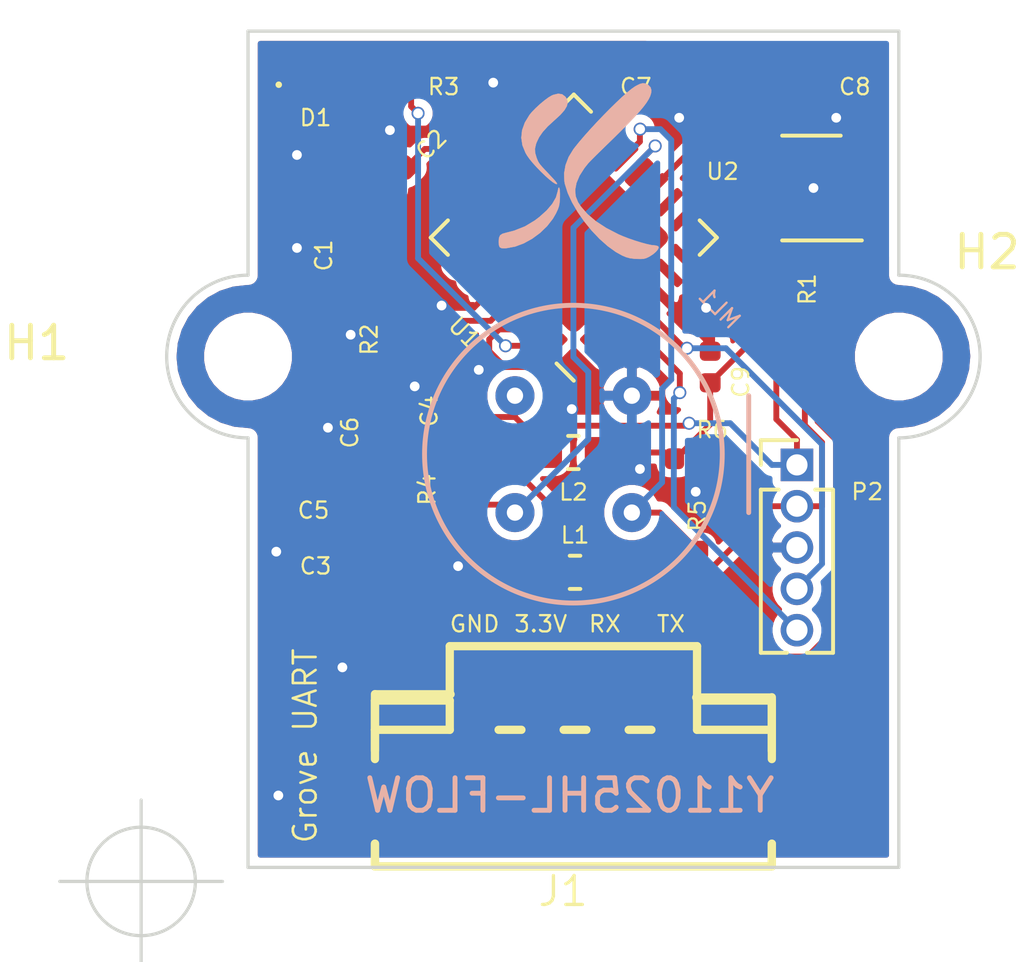
<source format=kicad_pcb>
(kicad_pcb (version 20171130) (host pcbnew 5.1.9)

  (general
    (thickness 1.6)
    (drawings 14)
    (tracks 267)
    (zones 0)
    (modules 26)
    (nets 18)
  )

  (page A4)
  (layers
    (0 F.Cu signal)
    (31 B.Cu signal)
    (32 B.Adhes user)
    (33 F.Adhes user)
    (34 B.Paste user)
    (35 F.Paste user)
    (36 B.SilkS user)
    (37 F.SilkS user)
    (38 B.Mask user)
    (39 F.Mask user)
    (40 Dwgs.User user)
    (41 Cmts.User user)
    (42 Eco1.User user)
    (43 Eco2.User user)
    (44 Edge.Cuts user)
    (45 Margin user)
    (46 B.CrtYd user)
    (47 F.CrtYd user)
    (48 B.Fab user)
    (49 F.Fab user hide)
  )

  (setup
    (last_trace_width 0.18)
    (trace_clearance 0.18)
    (zone_clearance 0.25)
    (zone_45_only yes)
    (trace_min 0.18)
    (via_size 0.4)
    (via_drill 0.3)
    (via_min_size 0.4)
    (via_min_drill 0.3)
    (uvia_size 0.3)
    (uvia_drill 0.1)
    (uvias_allowed no)
    (uvia_min_size 0.2)
    (uvia_min_drill 0.1)
    (edge_width 0.1)
    (segment_width 0.2)
    (pcb_text_width 0.3)
    (pcb_text_size 1.5 1.5)
    (mod_edge_width 0.15)
    (mod_text_size 0.5 0.5)
    (mod_text_width 0.07)
    (pad_size 1.2875 1.2875)
    (pad_drill 0)
    (pad_to_mask_clearance 0)
    (solder_mask_min_width 0.25)
    (aux_axis_origin 86.7156 113.1316)
    (visible_elements FFFFFF7F)
    (pcbplotparams
      (layerselection 0x3fdff_ffffffff)
      (usegerberextensions false)
      (usegerberattributes false)
      (usegerberadvancedattributes false)
      (creategerberjobfile false)
      (gerberprecision 5)
      (excludeedgelayer true)
      (linewidth 0.100000)
      (plotframeref false)
      (viasonmask false)
      (mode 1)
      (useauxorigin false)
      (hpglpennumber 1)
      (hpglpenspeed 20)
      (hpglpendiameter 15.000000)
      (psnegative false)
      (psa4output false)
      (plotreference true)
      (plotvalue true)
      (plotinvisibletext false)
      (padsonsilk false)
      (subtractmaskfromsilk false)
      (outputformat 1)
      (mirror false)
      (drillshape 0)
      (scaleselection 1)
      (outputdirectory "gerber/"))
  )

  (net 0 "")
  (net 1 GND)
  (net 2 +3V3)
  (net 3 SCL1)
  (net 4 SDA1)
  (net 5 "Net-(D1-Pad2)")
  (net 6 "Net-(C1-Pad1)")
  (net 7 "Net-(C2-Pad2)")
  (net 8 MCLR)
  (net 9 DAT)
  (net 10 CLK)
  (net 11 "Net-(R3-Pad2)")
  (net 12 "Net-(C4-Pad1)")
  (net 13 "Net-(C8-Pad1)")
  (net 14 2.6V)
  (net 15 TX)
  (net 16 RX)
  (net 17 "Net-(J1-Pad3)")

  (net_class Default "This is the default net class."
    (clearance 0.18)
    (trace_width 0.18)
    (via_dia 0.4)
    (via_drill 0.3)
    (uvia_dia 0.3)
    (uvia_drill 0.1)
    (add_net +3V3)
    (add_net 2.6V)
    (add_net CLK)
    (add_net DAT)
    (add_net GND)
    (add_net MCLR)
    (add_net "Net-(C1-Pad1)")
    (add_net "Net-(C2-Pad2)")
    (add_net "Net-(C4-Pad1)")
    (add_net "Net-(C8-Pad1)")
    (add_net "Net-(D1-Pad2)")
    (add_net "Net-(J1-Pad3)")
    (add_net "Net-(R3-Pad2)")
    (add_net RX)
    (add_net SCL1)
    (add_net SDA1)
    (add_net TX)
  )

  (module xetalsymbols:Xetal-Logo_6.7mm_SilkScreen (layer B.Cu) (tedit 59D4D060) (tstamp 606CC0A8)
    (at 100.1268 91.313)
    (fp_text reference G5 (at 0 0) (layer B.SilkS) hide
      (effects (font (size 1.524 1.524) (thickness 0.3)) (justify mirror))
    )
    (fp_text value LOGO (at 0.75 0) (layer B.SilkS) hide
      (effects (font (size 1.524 1.524) (thickness 0.3)) (justify mirror))
    )
    (fp_poly (pts (xy 2.03061 2.682454) (xy 2.10361 2.663656) (xy 2.181452 2.627776) (xy 2.212835 2.610983)
      (xy 2.319839 2.542536) (xy 2.407771 2.467465) (xy 2.468527 2.3953) (xy 2.494005 2.335569)
      (xy 2.478134 2.29901) (xy 2.415444 2.277464) (xy 2.360706 2.271441) (xy 2.259793 2.259781)
      (xy 2.117047 2.228569) (xy 1.945549 2.181839) (xy 1.758379 2.123624) (xy 1.56862 2.057959)
      (xy 1.389351 1.988875) (xy 1.255059 1.930511) (xy 0.879577 1.735785) (xy 0.561978 1.528059)
      (xy 0.301715 1.306897) (xy 0.098243 1.071865) (xy 0.014149 0.94308) (xy -0.057983 0.76222)
      (xy -0.073836 0.56482) (xy -0.033943 0.352905) (xy 0.061167 0.128497) (xy 0.210962 -0.106379)
      (xy 0.327743 -0.252508) (xy 0.373784 -0.301927) (xy 0.454272 -0.383998) (xy 0.560501 -0.490019)
      (xy 0.68377 -0.611292) (xy 0.791118 -0.715685) (xy 1.0919 -1.008323) (xy 1.350975 -1.26446)
      (xy 1.57115 -1.487471) (xy 1.755231 -1.680737) (xy 1.906022 -1.847636) (xy 2.026331 -1.991545)
      (xy 2.118963 -2.115843) (xy 2.186725 -2.223908) (xy 2.23242 -2.319119) (xy 2.258857 -2.404854)
      (xy 2.26884 -2.484492) (xy 2.269083 -2.495177) (xy 2.242854 -2.585542) (xy 2.17275 -2.660667)
      (xy 2.074655 -2.704383) (xy 2.061163 -2.706842) (xy 1.992518 -2.708964) (xy 1.918737 -2.689611)
      (xy 1.822521 -2.643128) (xy 1.763059 -2.609385) (xy 1.661903 -2.539236) (xy 1.528508 -2.429849)
      (xy 1.369185 -2.28766) (xy 1.190242 -2.119103) (xy 0.997988 -1.930615) (xy 0.798732 -1.728629)
      (xy 0.598783 -1.519581) (xy 0.404448 -1.309907) (xy 0.222039 -1.10604) (xy 0.057863 -0.914417)
      (xy -0.081772 -0.741472) (xy -0.128826 -0.679656) (xy -0.272464 -0.444809) (xy -0.367528 -0.195388)
      (xy -0.411565 0.058534) (xy -0.402125 0.30688) (xy -0.387501 0.383128) (xy -0.300356 0.658858)
      (xy -0.167027 0.949337) (xy 0.004949 1.245155) (xy 0.208037 1.536905) (xy 0.4347 1.815177)
      (xy 0.677402 2.070563) (xy 0.928607 2.293654) (xy 1.180779 2.47504) (xy 1.373352 2.581544)
      (xy 1.500114 2.63479) (xy 1.617775 2.665835) (xy 1.75555 2.681525) (xy 1.8133 2.684627)
      (xy 1.940994 2.688126) (xy 2.03061 2.682454)) (layer B.SilkS) (width 0.01))
    (fp_poly (pts (xy -0.628687 0.379538) (xy -0.642043 0.349303) (xy -0.686011 0.292609) (xy -0.764588 0.204299)
      (xy -0.881529 0.079475) (xy -1.001057 -0.046811) (xy -1.086809 -0.1396) (xy -1.146184 -0.208715)
      (xy -1.186581 -0.263977) (xy -1.215399 -0.315209) (xy -1.240037 -0.372232) (xy -1.25909 -0.421728)
      (xy -1.303335 -0.570213) (xy -1.309523 -0.700906) (xy -1.277607 -0.841105) (xy -1.258279 -0.89523)
      (xy -1.180986 -1.056602) (xy -1.069721 -1.217041) (xy -0.917776 -1.384848) (xy -0.71844 -1.56832)
      (xy -0.704256 -1.580496) (xy -0.527081 -1.743359) (xy -0.402582 -1.885352) (xy -0.329011 -2.0103)
      (xy -0.30462 -2.12203) (xy -0.327662 -2.224367) (xy -0.376186 -2.298648) (xy -0.4719 -2.37126)
      (xy -0.592518 -2.390464) (xy -0.739031 -2.356343) (xy -0.791882 -2.334021) (xy -0.891862 -2.27505)
      (xy -1.016663 -2.182927) (xy -1.152232 -2.06989) (xy -1.284514 -1.948179) (xy -1.399454 -1.830034)
      (xy -1.47447 -1.739589) (xy -1.618386 -1.503514) (xy -1.702558 -1.268733) (xy -1.72699 -1.035168)
      (xy -1.691688 -0.802737) (xy -1.596655 -0.571362) (xy -1.547546 -0.487875) (xy -1.470014 -0.379388)
      (xy -1.367507 -0.255325) (xy -1.248165 -0.123566) (xy -1.12013 0.008012) (xy -0.991544 0.131529)
      (xy -0.870549 0.239107) (xy -0.765286 0.322867) (xy -0.683896 0.374931) (xy -0.641945 0.388471)
      (xy -0.628687 0.379538)) (layer B.SilkS) (width 0.01))
    (fp_poly (pts (xy -2.175955 2.354058) (xy -1.9165 2.305949) (xy -1.652597 2.207226) (xy -1.394581 2.065184)
      (xy -1.152787 1.887116) (xy -0.937551 1.680317) (xy -0.759207 1.452081) (xy -0.66341 1.286609)
      (xy -0.607148 1.166627) (xy -0.572635 1.068381) (xy -0.553638 0.966728) (xy -0.54392 0.836524)
      (xy -0.542272 0.798126) (xy -0.540967 0.669007) (xy -0.547094 0.571209) (xy -0.558712 0.510395)
      (xy -0.573883 0.492229) (xy -0.590665 0.522372) (xy -0.607118 0.606489) (xy -0.607349 0.608168)
      (xy -0.662361 0.798494) (xy -0.775184 0.994473) (xy -0.944341 1.19423) (xy -1.168356 1.395886)
      (xy -1.314736 1.50716) (xy -1.614574 1.687282) (xy -1.947842 1.819392) (xy -2.188975 1.881181)
      (xy -2.307587 1.914178) (xy -2.377954 1.96169) (xy -2.411593 2.037468) (xy -2.420018 2.155259)
      (xy -2.420013 2.157035) (xy -2.414418 2.263248) (xy -2.3908 2.325957) (xy -2.337515 2.354565)
      (xy -2.242915 2.358472) (xy -2.175955 2.354058)) (layer B.SilkS) (width 0.01))
  )

  (module SVTmaker:Grove-4P-SMD (layer F.Cu) (tedit 59A13EE2) (tstamp 6065DF76)
    (at 100 107.4 180)
    (path /6065E0C0)
    (attr smd)
    (fp_text reference J1 (at 0.3175 -6.0325) (layer F.SilkS)
      (effects (font (size 0.889 0.889) (thickness 0.1016)))
    )
    (fp_text value "Grove UART" (at 8.2425 -1.566 270) (layer F.SilkS)
      (effects (font (size 0.7 0.7) (thickness 0.08)))
    )
    (fp_line (start -6.09854 -1.07188) (end -3.79984 -1.07188) (layer F.SilkS) (width 0.254))
    (fp_line (start -6.09854 -5.2705) (end 6.09854 -5.2705) (layer F.SilkS) (width 0.254))
    (fp_line (start -6.09854 -1.07188) (end -6.09854 -0.17272) (layer F.SilkS) (width 0.254))
    (fp_line (start -6.09854 -0.17272) (end -3.79984 -0.17272) (layer F.SilkS) (width 0.254))
    (fp_line (start -3.79984 -0.17272) (end -3.79984 -1.07188) (layer F.SilkS) (width 0.254))
    (fp_line (start -3.79984 -1.07188) (end 3.79984 -1.07188) (layer Dwgs.User) (width 0.254))
    (fp_line (start 3.79984 -1.07188) (end 6.09854 -1.07188) (layer F.SilkS) (width 0.254))
    (fp_line (start 3.79984 -1.07188) (end 3.79984 -0.17272) (layer F.SilkS) (width 0.254))
    (fp_line (start 3.79984 -0.17272) (end 6.09854 -0.17272) (layer F.SilkS) (width 0.254))
    (fp_line (start 6.09854 -0.17272) (end 6.09854 -1.07188) (layer F.SilkS) (width 0.254))
    (fp_line (start -6.09854 -5.2705) (end 6.09854 -5.2705) (layer F.SilkS) (width 0.254))
    (fp_line (start -6.05282 -0.07874) (end -3.77444 -0.07874) (layer F.SilkS) (width 0.254))
    (fp_line (start 3.77444 0.02032) (end 6.05282 0.02032) (layer F.SilkS) (width 0.254))
    (fp_line (start -6.09854 -5.2705) (end -6.09854 -4.572) (layer F.SilkS) (width 0.254))
    (fp_line (start -6.09854 -1.07188) (end -6.09854 -1.71704) (layer F.SilkS) (width 0.254))
    (fp_line (start 6.09854 -5.2705) (end 6.09854 -4.572) (layer F.SilkS) (width 0.254))
    (fp_line (start 6.09854 -1.07188) (end 6.09854 -1.71704) (layer F.SilkS) (width 0.254))
    (fp_line (start -6.09854 -5.2705) (end -6.09854 -4.572) (layer F.SilkS) (width 0.254))
    (fp_line (start -6.09854 -1.97104) (end -6.09854 -0.07112) (layer F.SilkS) (width 0.254))
    (fp_line (start 6.09854 -1.97104) (end 6.09854 0.0254) (layer F.SilkS) (width 0.254))
    (fp_line (start 6.09854 -5.2705) (end 6.09854 -4.572) (layer F.SilkS) (width 0.254))
    (fp_line (start 3.79984 0.0254) (end 3.79984 1.4986) (layer F.SilkS) (width 0.254))
    (fp_line (start 3.79984 1.4986) (end -3.79984 1.4986) (layer F.SilkS) (width 0.254))
    (fp_line (start -3.79984 1.4986) (end -3.79984 -0.07112) (layer F.SilkS) (width 0.254))
    (fp_line (start -2.39776 -1.07188) (end -1.69926 -1.07188) (layer F.SilkS) (width 0.254))
    (fp_line (start -0.39878 -1.07188) (end 0.29972 -1.07188) (layer F.SilkS) (width 0.254))
    (fp_line (start 1.59766 -1.07188) (end 2.2987 -1.07188) (layer F.SilkS) (width 0.254))
    (pad 1 smd rect (at -2.99974 0 270) (size 2.49936 0.99822) (layers F.Cu F.Paste F.Mask)
      (net 15 TX))
    (pad 2 smd rect (at -0.99822 0 270) (size 2.49936 0.99822) (layers F.Cu F.Paste F.Mask)
      (net 16 RX))
    (pad 3 smd rect (at 0.99822 0 270) (size 2.49936 0.99822) (layers F.Cu F.Paste F.Mask)
      (net 17 "Net-(J1-Pad3)"))
    (pad 4 smd rect (at 2.99974 0 270) (size 2.49936 0.99822) (layers F.Cu F.Paste F.Mask)
      (net 1 GND))
    (pad SS1 smd rect (at -5.79882 -3.12166 270) (size 2.49936 1.99898) (layers F.Cu F.Paste F.Mask))
    (pad SS2 smd rect (at 5.79882 -3.12166 270) (size 2.49936 1.99898) (layers F.Cu F.Paste F.Mask))
  )

  (module Package_DFN_QFN:QFN-28-1EP_6x6mm_P0.65mm_EP4.25x4.25mm (layer F.Cu) (tedit 5B4DC698) (tstamp 5BAF8D46)
    (at 100.012 93.345 135)
    (descr "QFN, 28 Pin (http://ww1.microchip.com/downloads/en/PackagingSpec/00000049BQ.pdf (Page 289)), generated with kicad-footprint-generator ipc_dfn_qfn_generator.py")
    (tags "QFN DFN_QFN")
    (path /5B0FCEEF)
    (attr smd)
    (fp_text reference U1 (at 0.313955 -4.444873 135) (layer F.SilkS)
      (effects (font (size 0.5 0.5) (thickness 0.07)))
    )
    (fp_text value dspic33ep256gp502-QFN (at 0 4.3 135) (layer F.Fab)
      (effects (font (size 0.5 0.5) (thickness 0.07)))
    )
    (fp_line (start 2.36 -3.11) (end 3.11 -3.11) (layer F.SilkS) (width 0.12))
    (fp_line (start 3.11 -3.11) (end 3.11 -2.36) (layer F.SilkS) (width 0.12))
    (fp_line (start -2.36 3.11) (end -3.11 3.11) (layer F.SilkS) (width 0.12))
    (fp_line (start -3.11 3.11) (end -3.11 2.36) (layer F.SilkS) (width 0.12))
    (fp_line (start 2.36 3.11) (end 3.11 3.11) (layer F.SilkS) (width 0.12))
    (fp_line (start 3.11 3.11) (end 3.11 2.36) (layer F.SilkS) (width 0.12))
    (fp_line (start -2.36 -3.11) (end -3.11 -3.11) (layer F.SilkS) (width 0.12))
    (fp_line (start -2 -3) (end 3 -3) (layer F.Fab) (width 0.1))
    (fp_line (start 3 -3) (end 3 3) (layer F.Fab) (width 0.1))
    (fp_line (start 3 3) (end -3 3) (layer F.Fab) (width 0.1))
    (fp_line (start -3 3) (end -3 -2) (layer F.Fab) (width 0.1))
    (fp_line (start -3 -2) (end -2 -3) (layer F.Fab) (width 0.1))
    (fp_line (start -3.6 -3.6) (end -3.6 3.6) (layer F.CrtYd) (width 0.05))
    (fp_line (start -3.6 3.6) (end 3.6 3.6) (layer F.CrtYd) (width 0.05))
    (fp_line (start 3.6 3.6) (end 3.6 -3.6) (layer F.CrtYd) (width 0.05))
    (fp_line (start 3.6 -3.6) (end -3.6 -3.6) (layer F.CrtYd) (width 0.05))
    (fp_text user %R (at 0 0 135) (layer F.Fab)
      (effects (font (size 0.5 0.5) (thickness 0.07)))
    )
    (pad 29 smd roundrect (at 0 0 135) (size 4.25 4.25) (layers F.Cu F.Mask) (roundrect_rratio 0.058824)
      (net 1 GND))
    (pad "" smd roundrect (at -1.42 -1.42 135) (size 1.14 1.14) (layers F.Paste) (roundrect_rratio 0.219298))
    (pad "" smd roundrect (at -1.420001 0 135) (size 1.14 1.14) (layers F.Paste) (roundrect_rratio 0.219298))
    (pad "" smd roundrect (at -1.42 1.42 135) (size 1.14 1.14) (layers F.Paste) (roundrect_rratio 0.219298))
    (pad "" smd roundrect (at 0 -1.420001 135) (size 1.14 1.14) (layers F.Paste) (roundrect_rratio 0.219298))
    (pad "" smd roundrect (at 0 0 135) (size 1.14 1.14) (layers F.Paste) (roundrect_rratio 0.219298))
    (pad "" smd roundrect (at 0 1.420001 135) (size 1.14 1.14) (layers F.Paste) (roundrect_rratio 0.219298))
    (pad "" smd roundrect (at 1.42 -1.42 135) (size 1.14 1.14) (layers F.Paste) (roundrect_rratio 0.219298))
    (pad "" smd roundrect (at 1.420001 0 135) (size 1.14 1.14) (layers F.Paste) (roundrect_rratio 0.219298))
    (pad "" smd roundrect (at 1.42 1.42 135) (size 1.14 1.14) (layers F.Paste) (roundrect_rratio 0.219298))
    (pad 1 smd roundrect (at -2.8375 -1.95 135) (size 1.025 0.3) (layers F.Cu F.Paste F.Mask) (roundrect_rratio 0.25))
    (pad 2 smd roundrect (at -2.8375 -1.3 135) (size 1.025 0.3) (layers F.Cu F.Paste F.Mask) (roundrect_rratio 0.25))
    (pad 3 smd roundrect (at -2.8375 -0.65 135) (size 1.025 0.3) (layers F.Cu F.Paste F.Mask) (roundrect_rratio 0.25)
      (net 10 CLK))
    (pad 4 smd roundrect (at -2.837499 0 135) (size 1.025 0.3) (layers F.Cu F.Paste F.Mask) (roundrect_rratio 0.25)
      (net 9 DAT))
    (pad 5 smd roundrect (at -2.8375 0.65 135) (size 1.025 0.3) (layers F.Cu F.Paste F.Mask) (roundrect_rratio 0.25)
      (net 1 GND))
    (pad 6 smd roundrect (at -2.8375 1.3 135) (size 1.025 0.3) (layers F.Cu F.Paste F.Mask) (roundrect_rratio 0.25))
    (pad 7 smd roundrect (at -2.8375 1.95 135) (size 1.025 0.3) (layers F.Cu F.Paste F.Mask) (roundrect_rratio 0.25))
    (pad 8 smd roundrect (at -1.95 2.8375 135) (size 0.3 1.025) (layers F.Cu F.Paste F.Mask) (roundrect_rratio 0.25))
    (pad 9 smd roundrect (at -1.3 2.8375 135) (size 0.3 1.025) (layers F.Cu F.Paste F.Mask) (roundrect_rratio 0.25))
    (pad 10 smd roundrect (at -0.65 2.8375 135) (size 0.3 1.025) (layers F.Cu F.Paste F.Mask) (roundrect_rratio 0.25)
      (net 2 +3V3))
    (pad 11 smd roundrect (at 0 2.837499 135) (size 0.3 1.025) (layers F.Cu F.Paste F.Mask) (roundrect_rratio 0.25)
      (net 4 SDA1))
    (pad 12 smd roundrect (at 0.65 2.8375 135) (size 0.3 1.025) (layers F.Cu F.Paste F.Mask) (roundrect_rratio 0.25)
      (net 3 SCL1))
    (pad 13 smd roundrect (at 1.3 2.8375 135) (size 0.3 1.025) (layers F.Cu F.Paste F.Mask) (roundrect_rratio 0.25)
      (net 16 RX))
    (pad 14 smd roundrect (at 1.95 2.8375 135) (size 0.3 1.025) (layers F.Cu F.Paste F.Mask) (roundrect_rratio 0.25)
      (net 15 TX))
    (pad 15 smd roundrect (at 2.8375 1.95 135) (size 1.025 0.3) (layers F.Cu F.Paste F.Mask) (roundrect_rratio 0.25))
    (pad 16 smd roundrect (at 2.8375 1.3 135) (size 1.025 0.3) (layers F.Cu F.Paste F.Mask) (roundrect_rratio 0.25)
      (net 1 GND))
    (pad 17 smd roundrect (at 2.8375 0.65 135) (size 1.025 0.3) (layers F.Cu F.Paste F.Mask) (roundrect_rratio 0.25)
      (net 7 "Net-(C2-Pad2)"))
    (pad 18 smd roundrect (at 2.837499 0 135) (size 1.025 0.3) (layers F.Cu F.Paste F.Mask) (roundrect_rratio 0.25))
    (pad 19 smd roundrect (at 2.8375 -0.65 135) (size 1.025 0.3) (layers F.Cu F.Paste F.Mask) (roundrect_rratio 0.25))
    (pad 20 smd roundrect (at 2.8375 -1.3 135) (size 1.025 0.3) (layers F.Cu F.Paste F.Mask) (roundrect_rratio 0.25))
    (pad 21 smd roundrect (at 2.8375 -1.95 135) (size 1.025 0.3) (layers F.Cu F.Paste F.Mask) (roundrect_rratio 0.25))
    (pad 22 smd roundrect (at 1.95 -2.8375 135) (size 0.3 1.025) (layers F.Cu F.Paste F.Mask) (roundrect_rratio 0.25))
    (pad 23 smd roundrect (at 1.3 -2.8375 135) (size 0.3 1.025) (layers F.Cu F.Paste F.Mask) (roundrect_rratio 0.25))
    (pad 24 smd roundrect (at 0.65 -2.8375 135) (size 0.3 1.025) (layers F.Cu F.Paste F.Mask) (roundrect_rratio 0.25)
      (net 1 GND))
    (pad 25 smd roundrect (at 0 -2.837499 135) (size 0.3 1.025) (layers F.Cu F.Paste F.Mask) (roundrect_rratio 0.25)
      (net 6 "Net-(C1-Pad1)"))
    (pad 26 smd roundrect (at -0.65 -2.8375 135) (size 0.3 1.025) (layers F.Cu F.Paste F.Mask) (roundrect_rratio 0.25)
      (net 8 MCLR))
    (pad 27 smd roundrect (at -1.3 -2.8375 135) (size 0.3 1.025) (layers F.Cu F.Paste F.Mask) (roundrect_rratio 0.25)
      (net 11 "Net-(R3-Pad2)"))
    (pad 28 smd roundrect (at -1.95 -2.8375 135) (size 0.3 1.025) (layers F.Cu F.Paste F.Mask) (roundrect_rratio 0.25))
    (model ${KISYS3DMOD}/Package_DFN_QFN.3dshapes/QFN-28-1EP_6x6mm_P0.65mm_EP4.25x4.25mm.wrl
      (at (xyz 0 0 0))
      (scale (xyz 1 1 1))
      (rotate (xyz 0 0 0))
    )
  )

  (module MLX:MLX90621 (layer B.Cu) (tedit 5ACCB106) (tstamp 5B3CCFD6)
    (at 100 100 315)
    (path /5B3CCDD2)
    (fp_text reference ML1 (at 0 -6.35 315) (layer B.SilkS)
      (effects (font (size 0.5 0.5) (thickness 0.07)) (justify mirror))
    )
    (fp_text value MLX90621 (at 0 6.35 315) (layer B.Fab)
      (effects (font (size 0.5 0.5) (thickness 0.07)) (justify mirror))
    )
    (fp_line (start 2.54 -5.08) (end 5.08 -2.54) (layer B.SilkS) (width 0.15))
    (fp_circle (center 0 0) (end 4.575 0) (layer B.SilkS) (width 0.15))
    (pad 2 thru_hole circle (at 0 2.54 315) (size 1.2 1.2) (drill 0.5) (layers *.Cu *.Mask)
      (net 4 SDA1))
    (pad 1 thru_hole circle (at 2.54 0 315) (size 1.2 1.2) (drill 0.5) (layers *.Cu *.Mask)
      (net 3 SCL1))
    (pad 4 thru_hole circle (at 0 -2.54 315) (size 1.2 1.2) (drill 0.5) (layers *.Cu *.Mask)
      (net 1 GND))
    (pad 3 thru_hole circle (at -2.54 0 315) (size 1.2 1.2) (drill 0.5) (layers *.Cu *.Mask)
      (net 12 "Net-(C4-Pad1)"))
  )

  (module Capacitor_SMD:C_0402_1005Metric (layer F.Cu) (tedit 5B301BBE) (tstamp 5BAF8C0F)
    (at 93.218 93.8935 90)
    (descr "Capacitor SMD 0402 (1005 Metric), square (rectangular) end terminal, IPC_7351 nominal, (Body size source: http://www.tortai-tech.com/upload/download/2011102023233369053.pdf), generated with kicad-footprint-generator")
    (tags capacitor)
    (path /5B1005D3)
    (attr smd)
    (fp_text reference C1 (at 0 -0.889 90) (layer F.SilkS)
      (effects (font (size 0.5 0.5) (thickness 0.07)))
    )
    (fp_text value 100nF (at 0 1.17 90) (layer F.Fab)
      (effects (font (size 0.5 0.5) (thickness 0.07)))
    )
    (fp_line (start 0.93 0.47) (end -0.93 0.47) (layer F.CrtYd) (width 0.05))
    (fp_line (start 0.93 -0.47) (end 0.93 0.47) (layer F.CrtYd) (width 0.05))
    (fp_line (start -0.93 -0.47) (end 0.93 -0.47) (layer F.CrtYd) (width 0.05))
    (fp_line (start -0.93 0.47) (end -0.93 -0.47) (layer F.CrtYd) (width 0.05))
    (fp_line (start 0.5 0.25) (end -0.5 0.25) (layer F.Fab) (width 0.1))
    (fp_line (start 0.5 -0.25) (end 0.5 0.25) (layer F.Fab) (width 0.1))
    (fp_line (start -0.5 -0.25) (end 0.5 -0.25) (layer F.Fab) (width 0.1))
    (fp_line (start -0.5 0.25) (end -0.5 -0.25) (layer F.Fab) (width 0.1))
    (fp_text user %R (at 0 0 90) (layer F.Fab)
      (effects (font (size 0.5 0.5) (thickness 0.07)))
    )
    (pad 2 smd roundrect (at 0.485 0 90) (size 0.59 0.64) (layers F.Cu F.Paste F.Mask) (roundrect_rratio 0.25)
      (net 1 GND))
    (pad 1 smd roundrect (at -0.485 0 90) (size 0.59 0.64) (layers F.Cu F.Paste F.Mask) (roundrect_rratio 0.25)
      (net 6 "Net-(C1-Pad1)"))
    (model ${KISYS3DMOD}/Capacitor_SMD.3dshapes/C_0402_1005Metric.wrl
      (at (xyz 0 0 0))
      (scale (xyz 1 1 1))
      (rotate (xyz 0 0 0))
    )
  )

  (module Capacitor_SMD:C_0402_1005Metric (layer F.Cu) (tedit 5B301BBE) (tstamp 5BAF8C1D)
    (at 94.5261 91.5289 45)
    (descr "Capacitor SMD 0402 (1005 Metric), square (rectangular) end terminal, IPC_7351 nominal, (Body size source: http://www.tortai-tech.com/upload/download/2011102023233369053.pdf), generated with kicad-footprint-generator")
    (tags capacitor)
    (path /5B0FDAD2)
    (attr smd)
    (fp_text reference C2 (at 1.51773 0.044901 45) (layer F.SilkS)
      (effects (font (size 0.5 0.5) (thickness 0.07)))
    )
    (fp_text value 10uF (at 0 1.17 45) (layer F.Fab)
      (effects (font (size 0.5 0.5) (thickness 0.07)))
    )
    (fp_line (start -0.5 0.25) (end -0.5 -0.25) (layer F.Fab) (width 0.1))
    (fp_line (start -0.5 -0.25) (end 0.5 -0.25) (layer F.Fab) (width 0.1))
    (fp_line (start 0.5 -0.25) (end 0.5 0.25) (layer F.Fab) (width 0.1))
    (fp_line (start 0.5 0.25) (end -0.5 0.25) (layer F.Fab) (width 0.1))
    (fp_line (start -0.93 0.47) (end -0.93 -0.47) (layer F.CrtYd) (width 0.05))
    (fp_line (start -0.93 -0.47) (end 0.93 -0.47) (layer F.CrtYd) (width 0.05))
    (fp_line (start 0.93 -0.47) (end 0.93 0.47) (layer F.CrtYd) (width 0.05))
    (fp_line (start 0.93 0.47) (end -0.93 0.47) (layer F.CrtYd) (width 0.05))
    (fp_text user %R (at 0 0 45) (layer F.Fab)
      (effects (font (size 0.5 0.5) (thickness 0.07)))
    )
    (pad 1 smd roundrect (at -0.485 0 45) (size 0.59 0.64) (layers F.Cu F.Paste F.Mask) (roundrect_rratio 0.25)
      (net 1 GND))
    (pad 2 smd roundrect (at 0.485 0 45) (size 0.59 0.64) (layers F.Cu F.Paste F.Mask) (roundrect_rratio 0.25)
      (net 7 "Net-(C2-Pad2)"))
    (model ${KISYS3DMOD}/Capacitor_SMD.3dshapes/C_0402_1005Metric.wrl
      (at (xyz 0 0 0))
      (scale (xyz 1 1 1))
      (rotate (xyz 0 0 0))
    )
  )

  (module Capacitor_SMD:C_0402_1005Metric (layer F.Cu) (tedit 5B301BBE) (tstamp 5BAF8C2B)
    (at 93.576 103.378 180)
    (descr "Capacitor SMD 0402 (1005 Metric), square (rectangular) end terminal, IPC_7351 nominal, (Body size source: http://www.tortai-tech.com/upload/download/2011102023233369053.pdf), generated with kicad-footprint-generator")
    (tags capacitor)
    (path /5AFEEF09)
    (attr smd)
    (fp_text reference C3 (at 1.501 -0.0635 180) (layer F.SilkS)
      (effects (font (size 0.5 0.5) (thickness 0.07)))
    )
    (fp_text value 10uF (at 0 1.17 180) (layer F.Fab)
      (effects (font (size 0.5 0.5) (thickness 0.07)))
    )
    (fp_line (start -0.5 0.25) (end -0.5 -0.25) (layer F.Fab) (width 0.1))
    (fp_line (start -0.5 -0.25) (end 0.5 -0.25) (layer F.Fab) (width 0.1))
    (fp_line (start 0.5 -0.25) (end 0.5 0.25) (layer F.Fab) (width 0.1))
    (fp_line (start 0.5 0.25) (end -0.5 0.25) (layer F.Fab) (width 0.1))
    (fp_line (start -0.93 0.47) (end -0.93 -0.47) (layer F.CrtYd) (width 0.05))
    (fp_line (start -0.93 -0.47) (end 0.93 -0.47) (layer F.CrtYd) (width 0.05))
    (fp_line (start 0.93 -0.47) (end 0.93 0.47) (layer F.CrtYd) (width 0.05))
    (fp_line (start 0.93 0.47) (end -0.93 0.47) (layer F.CrtYd) (width 0.05))
    (fp_text user %R (at 0 0 180) (layer F.Fab)
      (effects (font (size 0.5 0.5) (thickness 0.07)))
    )
    (pad 1 smd roundrect (at -0.485 0 180) (size 0.59 0.64) (layers F.Cu F.Paste F.Mask) (roundrect_rratio 0.25)
      (net 2 +3V3))
    (pad 2 smd roundrect (at 0.485 0 180) (size 0.59 0.64) (layers F.Cu F.Paste F.Mask) (roundrect_rratio 0.25)
      (net 1 GND))
    (model ${KISYS3DMOD}/Capacitor_SMD.3dshapes/C_0402_1005Metric.wrl
      (at (xyz 0 0 0))
      (scale (xyz 1 1 1))
      (rotate (xyz 0 0 0))
    )
  )

  (module Capacitor_SMD:C_0402_1005Metric (layer F.Cu) (tedit 5B301BBE) (tstamp 5BAF8C39)
    (at 96.4692 98.6028 90)
    (descr "Capacitor SMD 0402 (1005 Metric), square (rectangular) end terminal, IPC_7351 nominal, (Body size source: http://www.tortai-tech.com/upload/download/2011102023233369053.pdf), generated with kicad-footprint-generator")
    (tags capacitor)
    (path /5ADDEE32)
    (attr smd)
    (fp_text reference C4 (at -0.0762 -0.9017 90) (layer F.SilkS)
      (effects (font (size 0.5 0.5) (thickness 0.07)))
    )
    (fp_text value 100nF (at 0 1.17 90) (layer F.Fab)
      (effects (font (size 0.5 0.5) (thickness 0.07)))
    )
    (fp_line (start 0.93 0.47) (end -0.93 0.47) (layer F.CrtYd) (width 0.05))
    (fp_line (start 0.93 -0.47) (end 0.93 0.47) (layer F.CrtYd) (width 0.05))
    (fp_line (start -0.93 -0.47) (end 0.93 -0.47) (layer F.CrtYd) (width 0.05))
    (fp_line (start -0.93 0.47) (end -0.93 -0.47) (layer F.CrtYd) (width 0.05))
    (fp_line (start 0.5 0.25) (end -0.5 0.25) (layer F.Fab) (width 0.1))
    (fp_line (start 0.5 -0.25) (end 0.5 0.25) (layer F.Fab) (width 0.1))
    (fp_line (start -0.5 -0.25) (end 0.5 -0.25) (layer F.Fab) (width 0.1))
    (fp_line (start -0.5 0.25) (end -0.5 -0.25) (layer F.Fab) (width 0.1))
    (fp_text user %R (at 0 0 90) (layer F.Fab)
      (effects (font (size 0.5 0.5) (thickness 0.07)))
    )
    (pad 2 smd roundrect (at 0.485 0 90) (size 0.59 0.64) (layers F.Cu F.Paste F.Mask) (roundrect_rratio 0.25)
      (net 1 GND))
    (pad 1 smd roundrect (at -0.485 0 90) (size 0.59 0.64) (layers F.Cu F.Paste F.Mask) (roundrect_rratio 0.25)
      (net 12 "Net-(C4-Pad1)"))
    (model ${KISYS3DMOD}/Capacitor_SMD.3dshapes/C_0402_1005Metric.wrl
      (at (xyz 0 0 0))
      (scale (xyz 1 1 1))
      (rotate (xyz 0 0 0))
    )
  )

  (module Capacitor_SMD:C_0402_1005Metric (layer F.Cu) (tedit 5B301BBE) (tstamp 5BAF8C47)
    (at 93.5585 101.727 180)
    (descr "Capacitor SMD 0402 (1005 Metric), square (rectangular) end terminal, IPC_7351 nominal, (Body size source: http://www.tortai-tech.com/upload/download/2011102023233369053.pdf), generated with kicad-footprint-generator")
    (tags capacitor)
    (path /5AFEE101)
    (attr smd)
    (fp_text reference C5 (at 1.547 0) (layer F.SilkS)
      (effects (font (size 0.5 0.5) (thickness 0.07)))
    )
    (fp_text value 100nF (at 0 1.17) (layer F.Fab)
      (effects (font (size 0.5 0.5) (thickness 0.07)))
    )
    (fp_line (start 0.93 0.47) (end -0.93 0.47) (layer F.CrtYd) (width 0.05))
    (fp_line (start 0.93 -0.47) (end 0.93 0.47) (layer F.CrtYd) (width 0.05))
    (fp_line (start -0.93 -0.47) (end 0.93 -0.47) (layer F.CrtYd) (width 0.05))
    (fp_line (start -0.93 0.47) (end -0.93 -0.47) (layer F.CrtYd) (width 0.05))
    (fp_line (start 0.5 0.25) (end -0.5 0.25) (layer F.Fab) (width 0.1))
    (fp_line (start 0.5 -0.25) (end 0.5 0.25) (layer F.Fab) (width 0.1))
    (fp_line (start -0.5 -0.25) (end 0.5 -0.25) (layer F.Fab) (width 0.1))
    (fp_line (start -0.5 0.25) (end -0.5 -0.25) (layer F.Fab) (width 0.1))
    (fp_text user %R (at 0 0) (layer F.Fab)
      (effects (font (size 0.5 0.5) (thickness 0.07)))
    )
    (pad 2 smd roundrect (at 0.485 0 180) (size 0.59 0.64) (layers F.Cu F.Paste F.Mask) (roundrect_rratio 0.25)
      (net 1 GND))
    (pad 1 smd roundrect (at -0.485 0 180) (size 0.59 0.64) (layers F.Cu F.Paste F.Mask) (roundrect_rratio 0.25)
      (net 2 +3V3))
    (model ${KISYS3DMOD}/Capacitor_SMD.3dshapes/C_0402_1005Metric.wrl
      (at (xyz 0 0 0))
      (scale (xyz 1 1 1))
      (rotate (xyz 0 0 0))
    )
  )

  (module Capacitor_SMD:C_0402_1005Metric (layer F.Cu) (tedit 5B301BBE) (tstamp 5BAF8C55)
    (at 94.0435 99.337 90)
    (descr "Capacitor SMD 0402 (1005 Metric), square (rectangular) end terminal, IPC_7351 nominal, (Body size source: http://www.tortai-tech.com/upload/download/2011102023233369053.pdf), generated with kicad-footprint-generator")
    (tags capacitor)
    (path /5ADDEF43)
    (attr smd)
    (fp_text reference C6 (at 0 -0.9144 270) (layer F.SilkS)
      (effects (font (size 0.5 0.5) (thickness 0.07)))
    )
    (fp_text value 10uF (at 0 1.17 270) (layer F.Fab)
      (effects (font (size 0.5 0.5) (thickness 0.07)))
    )
    (fp_line (start -0.5 0.25) (end -0.5 -0.25) (layer F.Fab) (width 0.1))
    (fp_line (start -0.5 -0.25) (end 0.5 -0.25) (layer F.Fab) (width 0.1))
    (fp_line (start 0.5 -0.25) (end 0.5 0.25) (layer F.Fab) (width 0.1))
    (fp_line (start 0.5 0.25) (end -0.5 0.25) (layer F.Fab) (width 0.1))
    (fp_line (start -0.93 0.47) (end -0.93 -0.47) (layer F.CrtYd) (width 0.05))
    (fp_line (start -0.93 -0.47) (end 0.93 -0.47) (layer F.CrtYd) (width 0.05))
    (fp_line (start 0.93 -0.47) (end 0.93 0.47) (layer F.CrtYd) (width 0.05))
    (fp_line (start 0.93 0.47) (end -0.93 0.47) (layer F.CrtYd) (width 0.05))
    (fp_text user %R (at 0 0 270) (layer F.Fab)
      (effects (font (size 0.5 0.5) (thickness 0.07)))
    )
    (pad 1 smd roundrect (at -0.485 0 90) (size 0.59 0.64) (layers F.Cu F.Paste F.Mask) (roundrect_rratio 0.25)
      (net 12 "Net-(C4-Pad1)"))
    (pad 2 smd roundrect (at 0.485 0 90) (size 0.59 0.64) (layers F.Cu F.Paste F.Mask) (roundrect_rratio 0.25)
      (net 1 GND))
    (model ${KISYS3DMOD}/Capacitor_SMD.3dshapes/C_0402_1005Metric.wrl
      (at (xyz 0 0 0))
      (scale (xyz 1 1 1))
      (rotate (xyz 0 0 0))
    )
  )

  (module Capacitor_SMD:C_0402_1005Metric (layer F.Cu) (tedit 5B301BBE) (tstamp 5BAF8C63)
    (at 103.464 88.7095)
    (descr "Capacitor SMD 0402 (1005 Metric), square (rectangular) end terminal, IPC_7351 nominal, (Body size source: http://www.tortai-tech.com/upload/download/2011102023233369053.pdf), generated with kicad-footprint-generator")
    (tags capacitor)
    (path /5B3CE022)
    (attr smd)
    (fp_text reference C7 (at -1.547 0) (layer F.SilkS)
      (effects (font (size 0.5 0.5) (thickness 0.07)))
    )
    (fp_text value 1uF (at 0 1.17) (layer F.Fab)
      (effects (font (size 0.5 0.5) (thickness 0.07)))
    )
    (fp_line (start -0.5 0.25) (end -0.5 -0.25) (layer F.Fab) (width 0.1))
    (fp_line (start -0.5 -0.25) (end 0.5 -0.25) (layer F.Fab) (width 0.1))
    (fp_line (start 0.5 -0.25) (end 0.5 0.25) (layer F.Fab) (width 0.1))
    (fp_line (start 0.5 0.25) (end -0.5 0.25) (layer F.Fab) (width 0.1))
    (fp_line (start -0.93 0.47) (end -0.93 -0.47) (layer F.CrtYd) (width 0.05))
    (fp_line (start -0.93 -0.47) (end 0.93 -0.47) (layer F.CrtYd) (width 0.05))
    (fp_line (start 0.93 -0.47) (end 0.93 0.47) (layer F.CrtYd) (width 0.05))
    (fp_line (start 0.93 0.47) (end -0.93 0.47) (layer F.CrtYd) (width 0.05))
    (fp_text user %R (at 0 0) (layer F.Fab)
      (effects (font (size 0.5 0.5) (thickness 0.07)))
    )
    (pad 1 smd roundrect (at -0.485 0) (size 0.59 0.64) (layers F.Cu F.Paste F.Mask) (roundrect_rratio 0.25)
      (net 1 GND))
    (pad 2 smd roundrect (at 0.485 0) (size 0.59 0.64) (layers F.Cu F.Paste F.Mask) (roundrect_rratio 0.25)
      (net 2 +3V3))
    (model ${KISYS3DMOD}/Capacitor_SMD.3dshapes/C_0402_1005Metric.wrl
      (at (xyz 0 0 0))
      (scale (xyz 1 1 1))
      (rotate (xyz 0 0 0))
    )
  )

  (module Capacitor_SMD:C_0402_1005Metric (layer F.Cu) (tedit 5B301BBE) (tstamp 5BAF8C71)
    (at 107.084 88.7095)
    (descr "Capacitor SMD 0402 (1005 Metric), square (rectangular) end terminal, IPC_7351 nominal, (Body size source: http://www.tortai-tech.com/upload/download/2011102023233369053.pdf), generated with kicad-footprint-generator")
    (tags capacitor)
    (path /5B3CE845)
    (attr smd)
    (fp_text reference C8 (at 1.5645 0) (layer F.SilkS)
      (effects (font (size 0.5 0.5) (thickness 0.07)))
    )
    (fp_text value 470pF (at 0 1.17) (layer F.Fab)
      (effects (font (size 0.5 0.5) (thickness 0.07)))
    )
    (fp_line (start -0.5 0.25) (end -0.5 -0.25) (layer F.Fab) (width 0.1))
    (fp_line (start -0.5 -0.25) (end 0.5 -0.25) (layer F.Fab) (width 0.1))
    (fp_line (start 0.5 -0.25) (end 0.5 0.25) (layer F.Fab) (width 0.1))
    (fp_line (start 0.5 0.25) (end -0.5 0.25) (layer F.Fab) (width 0.1))
    (fp_line (start -0.93 0.47) (end -0.93 -0.47) (layer F.CrtYd) (width 0.05))
    (fp_line (start -0.93 -0.47) (end 0.93 -0.47) (layer F.CrtYd) (width 0.05))
    (fp_line (start 0.93 -0.47) (end 0.93 0.47) (layer F.CrtYd) (width 0.05))
    (fp_line (start 0.93 0.47) (end -0.93 0.47) (layer F.CrtYd) (width 0.05))
    (fp_text user %R (at 0 0) (layer F.Fab)
      (effects (font (size 0.5 0.5) (thickness 0.07)))
    )
    (pad 1 smd roundrect (at -0.485 0) (size 0.59 0.64) (layers F.Cu F.Paste F.Mask) (roundrect_rratio 0.25)
      (net 13 "Net-(C8-Pad1)"))
    (pad 2 smd roundrect (at 0.485 0) (size 0.59 0.64) (layers F.Cu F.Paste F.Mask) (roundrect_rratio 0.25)
      (net 1 GND))
    (model ${KISYS3DMOD}/Capacitor_SMD.3dshapes/C_0402_1005Metric.wrl
      (at (xyz 0 0 0))
      (scale (xyz 1 1 1))
      (rotate (xyz 0 0 0))
    )
  )

  (module Capacitor_SMD:C_0402_1005Metric (layer F.Cu) (tedit 5B301BBE) (tstamp 5BAF8C7F)
    (at 104.204 97.3225 270)
    (descr "Capacitor SMD 0402 (1005 Metric), square (rectangular) end terminal, IPC_7351 nominal, (Body size source: http://www.tortai-tech.com/upload/download/2011102023233369053.pdf), generated with kicad-footprint-generator")
    (tags capacitor)
    (path /5B3CE359)
    (attr smd)
    (fp_text reference C9 (at 0.4572 -0.94 90) (layer F.SilkS)
      (effects (font (size 0.5 0.5) (thickness 0.07)))
    )
    (fp_text value 1uF (at 0 1.17 90) (layer F.Fab)
      (effects (font (size 0.5 0.5) (thickness 0.07)))
    )
    (fp_line (start 0.93 0.47) (end -0.93 0.47) (layer F.CrtYd) (width 0.05))
    (fp_line (start 0.93 -0.47) (end 0.93 0.47) (layer F.CrtYd) (width 0.05))
    (fp_line (start -0.93 -0.47) (end 0.93 -0.47) (layer F.CrtYd) (width 0.05))
    (fp_line (start -0.93 0.47) (end -0.93 -0.47) (layer F.CrtYd) (width 0.05))
    (fp_line (start 0.5 0.25) (end -0.5 0.25) (layer F.Fab) (width 0.1))
    (fp_line (start 0.5 -0.25) (end 0.5 0.25) (layer F.Fab) (width 0.1))
    (fp_line (start -0.5 -0.25) (end 0.5 -0.25) (layer F.Fab) (width 0.1))
    (fp_line (start -0.5 0.25) (end -0.5 -0.25) (layer F.Fab) (width 0.1))
    (fp_text user %R (at 0 0 90) (layer F.Fab)
      (effects (font (size 0.5 0.5) (thickness 0.07)))
    )
    (pad 2 smd roundrect (at 0.485 0 270) (size 0.59 0.64) (layers F.Cu F.Paste F.Mask) (roundrect_rratio 0.25)
      (net 14 2.6V))
    (pad 1 smd roundrect (at -0.485 0 270) (size 0.59 0.64) (layers F.Cu F.Paste F.Mask) (roundrect_rratio 0.25)
      (net 1 GND))
    (model ${KISYS3DMOD}/Capacitor_SMD.3dshapes/C_0402_1005Metric.wrl
      (at (xyz 0 0 0))
      (scale (xyz 1 1 1))
      (rotate (xyz 0 0 0))
    )
  )

  (module LED_SMD:LED_0402_1005Metric (layer F.Cu) (tedit 5B301BBE) (tstamp 5BAF8C8D)
    (at 92.0345 88.646)
    (descr "LED SMD 0402 (1005 Metric), square (rectangular) end terminal, IPC_7351 nominal, (Body size source: http://www.tortai-tech.com/upload/download/2011102023233369053.pdf), generated with kicad-footprint-generator")
    (tags LED)
    (path /5B1034D9)
    (attr smd)
    (fp_text reference D1 (at 0.0405 1.016) (layer F.SilkS)
      (effects (font (size 0.5 0.5) (thickness 0.07)))
    )
    (fp_text value LED (at 0 1.17) (layer F.Fab)
      (effects (font (size 0.5 0.5) (thickness 0.07)))
    )
    (fp_circle (center -1.09 0) (end -1.04 0) (layer F.SilkS) (width 0.1))
    (fp_line (start -0.5 0.25) (end -0.5 -0.25) (layer F.Fab) (width 0.1))
    (fp_line (start -0.5 -0.25) (end 0.5 -0.25) (layer F.Fab) (width 0.1))
    (fp_line (start 0.5 -0.25) (end 0.5 0.25) (layer F.Fab) (width 0.1))
    (fp_line (start 0.5 0.25) (end -0.5 0.25) (layer F.Fab) (width 0.1))
    (fp_line (start -0.4 0.25) (end -0.4 -0.25) (layer F.Fab) (width 0.1))
    (fp_line (start -0.3 0.25) (end -0.3 -0.25) (layer F.Fab) (width 0.1))
    (fp_line (start -0.93 0.47) (end -0.93 -0.47) (layer F.CrtYd) (width 0.05))
    (fp_line (start -0.93 -0.47) (end 0.93 -0.47) (layer F.CrtYd) (width 0.05))
    (fp_line (start 0.93 -0.47) (end 0.93 0.47) (layer F.CrtYd) (width 0.05))
    (fp_line (start 0.93 0.47) (end -0.93 0.47) (layer F.CrtYd) (width 0.05))
    (fp_text user %R (at 0 0) (layer F.Fab)
      (effects (font (size 0.5 0.5) (thickness 0.07)))
    )
    (pad 1 smd roundrect (at -0.485 0) (size 0.59 0.64) (layers F.Cu F.Paste F.Mask) (roundrect_rratio 0.25)
      (net 1 GND))
    (pad 2 smd roundrect (at 0.485 0) (size 0.59 0.64) (layers F.Cu F.Paste F.Mask) (roundrect_rratio 0.25)
      (net 5 "Net-(D1-Pad2)"))
    (model ${KISYS3DMOD}/LED_SMD.3dshapes/LED_0402_1005Metric.wrl
      (at (xyz 0 0 0))
      (scale (xyz 1 1 1))
      (rotate (xyz 0 0 0))
    )
  )

  (module Inductor_SMD:L_0603_1608Metric (layer F.Cu) (tedit 5B301BBE) (tstamp 5BAF8C9E)
    (at 100.05 103.632)
    (descr "Inductor SMD 0603 (1608 Metric), square (rectangular) end terminal, IPC_7351 nominal, (Body size source: http://www.tortai-tech.com/upload/download/2011102023233369053.pdf), generated with kicad-footprint-generator")
    (tags inductor)
    (path /5B0DF5DC)
    (attr smd)
    (fp_text reference L1 (at 0 -1.143 180) (layer F.SilkS)
      (effects (font (size 0.5 0.5) (thickness 0.07)))
    )
    (fp_text value 10uH (at 0 1.43 180) (layer F.Fab)
      (effects (font (size 0.5 0.5) (thickness 0.07)))
    )
    (fp_line (start 1.48 0.73) (end -1.48 0.73) (layer F.CrtYd) (width 0.05))
    (fp_line (start 1.48 -0.73) (end 1.48 0.73) (layer F.CrtYd) (width 0.05))
    (fp_line (start -1.48 -0.73) (end 1.48 -0.73) (layer F.CrtYd) (width 0.05))
    (fp_line (start -1.48 0.73) (end -1.48 -0.73) (layer F.CrtYd) (width 0.05))
    (fp_line (start -0.162779 0.51) (end 0.162779 0.51) (layer F.SilkS) (width 0.12))
    (fp_line (start -0.162779 -0.51) (end 0.162779 -0.51) (layer F.SilkS) (width 0.12))
    (fp_line (start 0.8 0.4) (end -0.8 0.4) (layer F.Fab) (width 0.1))
    (fp_line (start 0.8 -0.4) (end 0.8 0.4) (layer F.Fab) (width 0.1))
    (fp_line (start -0.8 -0.4) (end 0.8 -0.4) (layer F.Fab) (width 0.1))
    (fp_line (start -0.8 0.4) (end -0.8 -0.4) (layer F.Fab) (width 0.1))
    (fp_text user %R (at 0 0 180) (layer F.Fab)
      (effects (font (size 0.5 0.5) (thickness 0.07)))
    )
    (pad 2 smd roundrect (at 0.7875 0) (size 0.875 0.95) (layers F.Cu F.Paste F.Mask) (roundrect_rratio 0.25)
      (net 2 +3V3))
    (pad 1 smd roundrect (at -0.7875 0) (size 0.875 0.95) (layers F.Cu F.Paste F.Mask) (roundrect_rratio 0.25)
      (net 17 "Net-(J1-Pad3)"))
    (model ${KISYS3DMOD}/Inductor_SMD.3dshapes/L_0603_1608Metric.wrl
      (at (xyz 0 0 0))
      (scale (xyz 1 1 1))
      (rotate (xyz 0 0 0))
    )
  )

  (module Inductor_SMD:L_0603_1608Metric (layer F.Cu) (tedit 5B301BBE) (tstamp 5BAF8CAE)
    (at 99.9998 99.949)
    (descr "Inductor SMD 0603 (1608 Metric), square (rectangular) end terminal, IPC_7351 nominal, (Body size source: http://www.tortai-tech.com/upload/download/2011102023233369053.pdf), generated with kicad-footprint-generator")
    (tags inductor)
    (path /5B0DF406)
    (attr smd)
    (fp_text reference L2 (at 0 1.219) (layer F.SilkS)
      (effects (font (size 0.5 0.5) (thickness 0.07)))
    )
    (fp_text value 10uH (at 0 1.43) (layer F.Fab)
      (effects (font (size 0.5 0.5) (thickness 0.07)))
    )
    (fp_line (start -0.8 0.4) (end -0.8 -0.4) (layer F.Fab) (width 0.1))
    (fp_line (start -0.8 -0.4) (end 0.8 -0.4) (layer F.Fab) (width 0.1))
    (fp_line (start 0.8 -0.4) (end 0.8 0.4) (layer F.Fab) (width 0.1))
    (fp_line (start 0.8 0.4) (end -0.8 0.4) (layer F.Fab) (width 0.1))
    (fp_line (start -0.162779 -0.51) (end 0.162779 -0.51) (layer F.SilkS) (width 0.12))
    (fp_line (start -0.162779 0.51) (end 0.162779 0.51) (layer F.SilkS) (width 0.12))
    (fp_line (start -1.48 0.73) (end -1.48 -0.73) (layer F.CrtYd) (width 0.05))
    (fp_line (start -1.48 -0.73) (end 1.48 -0.73) (layer F.CrtYd) (width 0.05))
    (fp_line (start 1.48 -0.73) (end 1.48 0.73) (layer F.CrtYd) (width 0.05))
    (fp_line (start 1.48 0.73) (end -1.48 0.73) (layer F.CrtYd) (width 0.05))
    (fp_text user %R (at 0 0) (layer F.Fab)
      (effects (font (size 0.5 0.5) (thickness 0.07)))
    )
    (pad 1 smd roundrect (at -0.7875 0) (size 0.875 0.95) (layers F.Cu F.Paste F.Mask) (roundrect_rratio 0.25)
      (net 12 "Net-(C4-Pad1)"))
    (pad 2 smd roundrect (at 0.7875 0) (size 0.875 0.95) (layers F.Cu F.Paste F.Mask) (roundrect_rratio 0.25)
      (net 14 2.6V))
    (model ${KISYS3DMOD}/Inductor_SMD.3dshapes/L_0603_1608Metric.wrl
      (at (xyz 0 0 0))
      (scale (xyz 1 1 1))
      (rotate (xyz 0 0 0))
    )
  )

  (module Connector_PinHeader_1.27mm:PinHeader_1x05_P1.27mm_Vertical (layer F.Cu) (tedit 59FED6E3) (tstamp 5BAF8CD8)
    (at 106.87 100.33)
    (descr "Through hole straight pin header, 1x05, 1.27mm pitch, single row")
    (tags "Through hole pin header THT 1x05 1.27mm single row")
    (path /57ED43EA)
    (fp_text reference P2 (at 2.1595 0.8255) (layer F.SilkS)
      (effects (font (size 0.5 0.5) (thickness 0.07)))
    )
    (fp_text value JTAG (at 0 6.775) (layer F.Fab)
      (effects (font (size 0.5 0.5) (thickness 0.07)))
    )
    (fp_line (start -0.525 -0.635) (end 1.05 -0.635) (layer F.Fab) (width 0.1))
    (fp_line (start 1.05 -0.635) (end 1.05 5.715) (layer F.Fab) (width 0.1))
    (fp_line (start 1.05 5.715) (end -1.05 5.715) (layer F.Fab) (width 0.1))
    (fp_line (start -1.05 5.715) (end -1.05 -0.11) (layer F.Fab) (width 0.1))
    (fp_line (start -1.05 -0.11) (end -0.525 -0.635) (layer F.Fab) (width 0.1))
    (fp_line (start -1.11 5.775) (end -0.30753 5.775) (layer F.SilkS) (width 0.12))
    (fp_line (start 0.30753 5.775) (end 1.11 5.775) (layer F.SilkS) (width 0.12))
    (fp_line (start -1.11 0.76) (end -1.11 5.775) (layer F.SilkS) (width 0.12))
    (fp_line (start 1.11 0.76) (end 1.11 5.775) (layer F.SilkS) (width 0.12))
    (fp_line (start -1.11 0.76) (end -0.563471 0.76) (layer F.SilkS) (width 0.12))
    (fp_line (start 0.563471 0.76) (end 1.11 0.76) (layer F.SilkS) (width 0.12))
    (fp_line (start -1.11 0) (end -1.11 -0.76) (layer F.SilkS) (width 0.12))
    (fp_line (start -1.11 -0.76) (end 0 -0.76) (layer F.SilkS) (width 0.12))
    (fp_line (start -1.55 -1.15) (end -1.55 6.25) (layer F.CrtYd) (width 0.05))
    (fp_line (start -1.55 6.25) (end 1.55 6.25) (layer F.CrtYd) (width 0.05))
    (fp_line (start 1.55 6.25) (end 1.55 -1.15) (layer F.CrtYd) (width 0.05))
    (fp_line (start 1.55 -1.15) (end -1.55 -1.15) (layer F.CrtYd) (width 0.05))
    (fp_text user %R (at 0 2.54 90) (layer F.Fab)
      (effects (font (size 0.5 0.5) (thickness 0.07)))
    )
    (pad 1 thru_hole rect (at 0 0) (size 1 1) (drill 0.65) (layers *.Cu *.Mask)
      (net 8 MCLR))
    (pad 2 thru_hole oval (at 0 1.27) (size 1 1) (drill 0.65) (layers *.Cu *.Mask)
      (net 2 +3V3))
    (pad 3 thru_hole oval (at 0 2.54) (size 1 1) (drill 0.65) (layers *.Cu *.Mask)
      (net 1 GND))
    (pad 4 thru_hole oval (at 0 3.81) (size 1 1) (drill 0.65) (layers *.Cu *.Mask)
      (net 9 DAT))
    (pad 5 thru_hole oval (at 0 5.08) (size 1 1) (drill 0.65) (layers *.Cu *.Mask)
      (net 10 CLK))
    (model ${KISYS3DMOD}/Connector_PinHeader_1.27mm.3dshapes/PinHeader_1x05_P1.27mm_Vertical.wrl
      (at (xyz 0 0 0))
      (scale (xyz 1 1 1))
      (rotate (xyz 0 0 0))
    )
  )

  (module Resistor_SMD:R_0402_1005Metric (layer F.Cu) (tedit 5B301BBD) (tstamp 5BAF8CF2)
    (at 106.236 95.758 90)
    (descr "Resistor SMD 0402 (1005 Metric), square (rectangular) end terminal, IPC_7351 nominal, (Body size source: http://www.tortai-tech.com/upload/download/2011102023233369053.pdf), generated with kicad-footprint-generator")
    (tags resistor)
    (path /5B0FF35C)
    (attr smd)
    (fp_text reference R1 (at 0.8255 0.9525 270) (layer F.SilkS)
      (effects (font (size 0.5 0.5) (thickness 0.07)))
    )
    (fp_text value 4.7K (at 0 1.17 270) (layer F.Fab)
      (effects (font (size 0.5 0.5) (thickness 0.07)))
    )
    (fp_line (start 0.93 0.47) (end -0.93 0.47) (layer F.CrtYd) (width 0.05))
    (fp_line (start 0.93 -0.47) (end 0.93 0.47) (layer F.CrtYd) (width 0.05))
    (fp_line (start -0.93 -0.47) (end 0.93 -0.47) (layer F.CrtYd) (width 0.05))
    (fp_line (start -0.93 0.47) (end -0.93 -0.47) (layer F.CrtYd) (width 0.05))
    (fp_line (start 0.5 0.25) (end -0.5 0.25) (layer F.Fab) (width 0.1))
    (fp_line (start 0.5 -0.25) (end 0.5 0.25) (layer F.Fab) (width 0.1))
    (fp_line (start -0.5 -0.25) (end 0.5 -0.25) (layer F.Fab) (width 0.1))
    (fp_line (start -0.5 0.25) (end -0.5 -0.25) (layer F.Fab) (width 0.1))
    (fp_text user %R (at 0 0 270) (layer F.Fab)
      (effects (font (size 0.5 0.5) (thickness 0.07)))
    )
    (pad 2 smd roundrect (at 0.485 0 90) (size 0.59 0.64) (layers F.Cu F.Paste F.Mask) (roundrect_rratio 0.25)
      (net 2 +3V3))
    (pad 1 smd roundrect (at -0.485 0 90) (size 0.59 0.64) (layers F.Cu F.Paste F.Mask) (roundrect_rratio 0.25)
      (net 8 MCLR))
    (model ${KISYS3DMOD}/Resistor_SMD.3dshapes/R_0402_1005Metric.wrl
      (at (xyz 0 0 0))
      (scale (xyz 1 1 1))
      (rotate (xyz 0 0 0))
    )
  )

  (module Resistor_SMD:R_0402_1005Metric (layer F.Cu) (tedit 5B301BBD) (tstamp 6065F183)
    (at 94.742 96.4795 90)
    (descr "Resistor SMD 0402 (1005 Metric), square (rectangular) end terminal, IPC_7351 nominal, (Body size source: http://www.tortai-tech.com/upload/download/2011102023233369053.pdf), generated with kicad-footprint-generator")
    (tags resistor)
    (path /5B100077)
    (attr smd)
    (fp_text reference R2 (at 0 -1.016 270) (layer F.SilkS)
      (effects (font (size 0.5 0.5) (thickness 0.07)))
    )
    (fp_text value 10 (at 0 1.17 270) (layer F.Fab)
      (effects (font (size 0.5 0.5) (thickness 0.07)))
    )
    (fp_line (start -0.5 0.25) (end -0.5 -0.25) (layer F.Fab) (width 0.1))
    (fp_line (start -0.5 -0.25) (end 0.5 -0.25) (layer F.Fab) (width 0.1))
    (fp_line (start 0.5 -0.25) (end 0.5 0.25) (layer F.Fab) (width 0.1))
    (fp_line (start 0.5 0.25) (end -0.5 0.25) (layer F.Fab) (width 0.1))
    (fp_line (start -0.93 0.47) (end -0.93 -0.47) (layer F.CrtYd) (width 0.05))
    (fp_line (start -0.93 -0.47) (end 0.93 -0.47) (layer F.CrtYd) (width 0.05))
    (fp_line (start 0.93 -0.47) (end 0.93 0.47) (layer F.CrtYd) (width 0.05))
    (fp_line (start 0.93 0.47) (end -0.93 0.47) (layer F.CrtYd) (width 0.05))
    (fp_text user %R (at 0 0 270) (layer F.Fab)
      (effects (font (size 0.5 0.5) (thickness 0.07)))
    )
    (pad 1 smd roundrect (at -0.485 0 90) (size 0.59 0.64) (layers F.Cu F.Paste F.Mask) (roundrect_rratio 0.25)
      (net 2 +3V3))
    (pad 2 smd roundrect (at 0.485 0 90) (size 0.59 0.64) (layers F.Cu F.Paste F.Mask) (roundrect_rratio 0.25)
      (net 6 "Net-(C1-Pad1)"))
    (model ${KISYS3DMOD}/Resistor_SMD.3dshapes/R_0402_1005Metric.wrl
      (at (xyz 0 0 0))
      (scale (xyz 1 1 1))
      (rotate (xyz 0 0 0))
    )
  )

  (module Resistor_SMD:R_0402_1005Metric (layer F.Cu) (tedit 5B301BBD) (tstamp 6065F051)
    (at 94.5285 88.646)
    (descr "Resistor SMD 0402 (1005 Metric), square (rectangular) end terminal, IPC_7351 nominal, (Body size source: http://www.tortai-tech.com/upload/download/2011102023233369053.pdf), generated with kicad-footprint-generator")
    (tags resistor)
    (path /5B103828)
    (attr smd)
    (fp_text reference R3 (at 1.4835 0.0635) (layer F.SilkS)
      (effects (font (size 0.5 0.5) (thickness 0.07)))
    )
    (fp_text value 330 (at 0 1.17) (layer F.Fab)
      (effects (font (size 0.5 0.5) (thickness 0.07)))
    )
    (fp_line (start 0.93 0.47) (end -0.93 0.47) (layer F.CrtYd) (width 0.05))
    (fp_line (start 0.93 -0.47) (end 0.93 0.47) (layer F.CrtYd) (width 0.05))
    (fp_line (start -0.93 -0.47) (end 0.93 -0.47) (layer F.CrtYd) (width 0.05))
    (fp_line (start -0.93 0.47) (end -0.93 -0.47) (layer F.CrtYd) (width 0.05))
    (fp_line (start 0.5 0.25) (end -0.5 0.25) (layer F.Fab) (width 0.1))
    (fp_line (start 0.5 -0.25) (end 0.5 0.25) (layer F.Fab) (width 0.1))
    (fp_line (start -0.5 -0.25) (end 0.5 -0.25) (layer F.Fab) (width 0.1))
    (fp_line (start -0.5 0.25) (end -0.5 -0.25) (layer F.Fab) (width 0.1))
    (fp_text user %R (at 0 0) (layer F.Fab)
      (effects (font (size 0.5 0.5) (thickness 0.07)))
    )
    (pad 2 smd roundrect (at 0.485 0) (size 0.59 0.64) (layers F.Cu F.Paste F.Mask) (roundrect_rratio 0.25)
      (net 11 "Net-(R3-Pad2)"))
    (pad 1 smd roundrect (at -0.485 0) (size 0.59 0.64) (layers F.Cu F.Paste F.Mask) (roundrect_rratio 0.25)
      (net 5 "Net-(D1-Pad2)"))
    (model ${KISYS3DMOD}/Resistor_SMD.3dshapes/R_0402_1005Metric.wrl
      (at (xyz 0 0 0))
      (scale (xyz 1 1 1))
      (rotate (xyz 0 0 0))
    )
  )

  (module Resistor_SMD:R_0402_1005Metric (layer F.Cu) (tedit 5B301BBD) (tstamp 5BAF8D1C)
    (at 96.52 101.067 270)
    (descr "Resistor SMD 0402 (1005 Metric), square (rectangular) end terminal, IPC_7351 nominal, (Body size source: http://www.tortai-tech.com/upload/download/2011102023233369053.pdf), generated with kicad-footprint-generator")
    (tags resistor)
    (path /5ADDE33E)
    (attr smd)
    (fp_text reference R4 (at 0.025 1.016 270) (layer F.SilkS)
      (effects (font (size 0.5 0.5) (thickness 0.07)))
    )
    (fp_text value 4.7K (at 0 1.17 270) (layer F.Fab)
      (effects (font (size 0.5 0.5) (thickness 0.07)))
    )
    (fp_line (start 0.93 0.47) (end -0.93 0.47) (layer F.CrtYd) (width 0.05))
    (fp_line (start 0.93 -0.47) (end 0.93 0.47) (layer F.CrtYd) (width 0.05))
    (fp_line (start -0.93 -0.47) (end 0.93 -0.47) (layer F.CrtYd) (width 0.05))
    (fp_line (start -0.93 0.47) (end -0.93 -0.47) (layer F.CrtYd) (width 0.05))
    (fp_line (start 0.5 0.25) (end -0.5 0.25) (layer F.Fab) (width 0.1))
    (fp_line (start 0.5 -0.25) (end 0.5 0.25) (layer F.Fab) (width 0.1))
    (fp_line (start -0.5 -0.25) (end 0.5 -0.25) (layer F.Fab) (width 0.1))
    (fp_line (start -0.5 0.25) (end -0.5 -0.25) (layer F.Fab) (width 0.1))
    (fp_text user %R (at 0 0 270) (layer F.Fab)
      (effects (font (size 0.5 0.5) (thickness 0.07)))
    )
    (pad 2 smd roundrect (at 0.485 0 270) (size 0.59 0.64) (layers F.Cu F.Paste F.Mask) (roundrect_rratio 0.25)
      (net 4 SDA1))
    (pad 1 smd roundrect (at -0.485 0 270) (size 0.59 0.64) (layers F.Cu F.Paste F.Mask) (roundrect_rratio 0.25)
      (net 2 +3V3))
    (model ${KISYS3DMOD}/Resistor_SMD.3dshapes/R_0402_1005Metric.wrl
      (at (xyz 0 0 0))
      (scale (xyz 1 1 1))
      (rotate (xyz 0 0 0))
    )
  )

  (module Resistor_SMD:R_0402_1005Metric (layer F.Cu) (tedit 5B301BBD) (tstamp 5BAF8D2A)
    (at 103.822 103.442 90)
    (descr "Resistor SMD 0402 (1005 Metric), square (rectangular) end terminal, IPC_7351 nominal, (Body size source: http://www.tortai-tech.com/upload/download/2011102023233369053.pdf), generated with kicad-footprint-generator")
    (tags resistor)
    (path /5ADDE4DF)
    (attr smd)
    (fp_text reference R5 (at 1.549 -0.0125 270) (layer F.SilkS)
      (effects (font (size 0.5 0.5) (thickness 0.07)))
    )
    (fp_text value 4.7K (at 0 1.17 270) (layer F.Fab)
      (effects (font (size 0.5 0.5) (thickness 0.07)))
    )
    (fp_line (start -0.5 0.25) (end -0.5 -0.25) (layer F.Fab) (width 0.1))
    (fp_line (start -0.5 -0.25) (end 0.5 -0.25) (layer F.Fab) (width 0.1))
    (fp_line (start 0.5 -0.25) (end 0.5 0.25) (layer F.Fab) (width 0.1))
    (fp_line (start 0.5 0.25) (end -0.5 0.25) (layer F.Fab) (width 0.1))
    (fp_line (start -0.93 0.47) (end -0.93 -0.47) (layer F.CrtYd) (width 0.05))
    (fp_line (start -0.93 -0.47) (end 0.93 -0.47) (layer F.CrtYd) (width 0.05))
    (fp_line (start 0.93 -0.47) (end 0.93 0.47) (layer F.CrtYd) (width 0.05))
    (fp_line (start 0.93 0.47) (end -0.93 0.47) (layer F.CrtYd) (width 0.05))
    (fp_text user %R (at 0 0 270) (layer F.Fab)
      (effects (font (size 0.5 0.5) (thickness 0.07)))
    )
    (pad 1 smd roundrect (at -0.485 0 90) (size 0.59 0.64) (layers F.Cu F.Paste F.Mask) (roundrect_rratio 0.25)
      (net 2 +3V3))
    (pad 2 smd roundrect (at 0.485 0 90) (size 0.59 0.64) (layers F.Cu F.Paste F.Mask) (roundrect_rratio 0.25)
      (net 3 SCL1))
    (model ${KISYS3DMOD}/Resistor_SMD.3dshapes/R_0402_1005Metric.wrl
      (at (xyz 0 0 0))
      (scale (xyz 1 1 1))
      (rotate (xyz 0 0 0))
    )
  )

  (module Resistor_SMD:R_0402_1005Metric (layer F.Cu) (tedit 5B301BBD) (tstamp 5BAF8D38)
    (at 103.592 100.14 180)
    (descr "Resistor SMD 0402 (1005 Metric), square (rectangular) end terminal, IPC_7351 nominal, (Body size source: http://www.tortai-tech.com/upload/download/2011102023233369053.pdf), generated with kicad-footprint-generator")
    (tags resistor)
    (path /5B3CFD3F)
    (attr smd)
    (fp_text reference R6 (at -0.675 0.889 180) (layer F.SilkS)
      (effects (font (size 0.5 0.5) (thickness 0.07)))
    )
    (fp_text value DNP (at 0 1.17 180) (layer F.Fab)
      (effects (font (size 0.5 0.5) (thickness 0.07)))
    )
    (fp_line (start -0.5 0.25) (end -0.5 -0.25) (layer F.Fab) (width 0.1))
    (fp_line (start -0.5 -0.25) (end 0.5 -0.25) (layer F.Fab) (width 0.1))
    (fp_line (start 0.5 -0.25) (end 0.5 0.25) (layer F.Fab) (width 0.1))
    (fp_line (start 0.5 0.25) (end -0.5 0.25) (layer F.Fab) (width 0.1))
    (fp_line (start -0.93 0.47) (end -0.93 -0.47) (layer F.CrtYd) (width 0.05))
    (fp_line (start -0.93 -0.47) (end 0.93 -0.47) (layer F.CrtYd) (width 0.05))
    (fp_line (start 0.93 -0.47) (end 0.93 0.47) (layer F.CrtYd) (width 0.05))
    (fp_line (start 0.93 0.47) (end -0.93 0.47) (layer F.CrtYd) (width 0.05))
    (fp_text user %R (at 0 0 180) (layer F.Fab)
      (effects (font (size 0.5 0.5) (thickness 0.07)))
    )
    (pad 1 smd roundrect (at -0.485 0 180) (size 0.59 0.64) (layers F.Cu F.Paste F.Mask) (roundrect_rratio 0.25)
      (net 2 +3V3))
    (pad 2 smd roundrect (at 0.485 0 180) (size 0.59 0.64) (layers F.Cu F.Paste F.Mask) (roundrect_rratio 0.25)
      (net 14 2.6V))
    (model ${KISYS3DMOD}/Resistor_SMD.3dshapes/R_0402_1005Metric.wrl
      (at (xyz 0 0 0))
      (scale (xyz 1 1 1))
      (rotate (xyz 0 0 0))
    )
  )

  (module Package_TO_SOT_SMD:SOT-23-5 (layer F.Cu) (tedit 5A02FF57) (tstamp 5BAF8D80)
    (at 107.315 91.821 180)
    (descr "5-pin SOT23 package")
    (tags SOT-23-5)
    (path /5B3CDA6E)
    (attr smd)
    (fp_text reference U2 (at 2.7305 0.508 180) (layer F.SilkS)
      (effects (font (size 0.5 0.5) (thickness 0.07)))
    )
    (fp_text value MIC5219-2.6 (at 0 2.9 180) (layer F.Fab) hide
      (effects (font (size 0.5 0.5) (thickness 0.07)))
    )
    (fp_line (start -0.9 1.61) (end 0.9 1.61) (layer F.SilkS) (width 0.12))
    (fp_line (start 0.9 -1.61) (end -1.55 -1.61) (layer F.SilkS) (width 0.12))
    (fp_line (start -1.9 -1.8) (end 1.9 -1.8) (layer F.CrtYd) (width 0.05))
    (fp_line (start 1.9 -1.8) (end 1.9 1.8) (layer F.CrtYd) (width 0.05))
    (fp_line (start 1.9 1.8) (end -1.9 1.8) (layer F.CrtYd) (width 0.05))
    (fp_line (start -1.9 1.8) (end -1.9 -1.8) (layer F.CrtYd) (width 0.05))
    (fp_line (start -0.9 -0.9) (end -0.25 -1.55) (layer F.Fab) (width 0.1))
    (fp_line (start 0.9 -1.55) (end -0.25 -1.55) (layer F.Fab) (width 0.1))
    (fp_line (start -0.9 -0.9) (end -0.9 1.55) (layer F.Fab) (width 0.1))
    (fp_line (start 0.9 1.55) (end -0.9 1.55) (layer F.Fab) (width 0.1))
    (fp_line (start 0.9 -1.55) (end 0.9 1.55) (layer F.Fab) (width 0.1))
    (fp_text user %R (at 0 0 270) (layer F.Fab)
      (effects (font (size 0.5 0.5) (thickness 0.07)))
    )
    (pad 1 smd rect (at -1.1 -0.95 180) (size 1.06 0.65) (layers F.Cu F.Paste F.Mask)
      (net 2 +3V3))
    (pad 2 smd rect (at -1.1 0 180) (size 1.06 0.65) (layers F.Cu F.Paste F.Mask)
      (net 1 GND))
    (pad 3 smd rect (at -1.1 0.95 180) (size 1.06 0.65) (layers F.Cu F.Paste F.Mask)
      (net 2 +3V3))
    (pad 4 smd rect (at 1.1 0.95 180) (size 1.06 0.65) (layers F.Cu F.Paste F.Mask)
      (net 13 "Net-(C8-Pad1)"))
    (pad 5 smd rect (at 1.1 -0.95 180) (size 1.06 0.65) (layers F.Cu F.Paste F.Mask)
      (net 14 2.6V))
    (model ${KISYS3DMOD}/Package_TO_SOT_SMD.3dshapes/SOT-23-5.wrl
      (at (xyz 0 0 0))
      (scale (xyz 1 1 1))
      (rotate (xyz 0 0 0))
    )
  )

  (module MountingHole:MountingHole_2.2mm_M2 (layer F.Cu) (tedit 56D1B4CB) (tstamp 6065EA58)
    (at 90 97)
    (descr "Mounting Hole 2.2mm, no annular, M2")
    (tags "mounting hole 2.2mm no annular m2")
    (path /6067BE9C)
    (attr virtual)
    (fp_text reference H1 (at -6.4975 -0.4165) (layer F.SilkS)
      (effects (font (size 1 1) (thickness 0.15)))
    )
    (fp_text value MountingHole (at 0 3.2) (layer F.Fab)
      (effects (font (size 1 1) (thickness 0.15)))
    )
    (fp_circle (center 0 0) (end 2.45 0) (layer F.CrtYd) (width 0.05))
    (fp_circle (center 0 0) (end 2.2 0) (layer Cmts.User) (width 0.15))
    (fp_text user %R (at 0.3 0) (layer F.Fab)
      (effects (font (size 1 1) (thickness 0.15)))
    )
    (pad 1 np_thru_hole circle (at 0 0) (size 2.2 2.2) (drill 2.2) (layers *.Cu *.Mask))
  )

  (module MountingHole:MountingHole_2.2mm_M2 (layer F.Cu) (tedit 56D1B4CB) (tstamp 6065EA60)
    (at 110 97)
    (descr "Mounting Hole 2.2mm, no annular, M2")
    (tags "mounting hole 2.2mm no annular m2")
    (path /6067D77F)
    (attr virtual)
    (fp_text reference H2 (at 2.7125 -3.2105) (layer F.SilkS)
      (effects (font (size 1 1) (thickness 0.15)))
    )
    (fp_text value MountingHole (at 0 3.2) (layer F.Fab)
      (effects (font (size 1 1) (thickness 0.15)))
    )
    (fp_circle (center 0 0) (end 2.2 0) (layer Cmts.User) (width 0.15))
    (fp_circle (center 0 0) (end 2.45 0) (layer F.CrtYd) (width 0.05))
    (fp_text user %R (at 0.3 0) (layer F.Fab)
      (effects (font (size 1 1) (thickness 0.15)))
    )
    (pad 1 np_thru_hole circle (at 0 0) (size 2.2 2.2) (drill 2.2) (layers *.Cu *.Mask))
  )

  (gr_text TX (at 102.997 105.2195) (layer F.SilkS)
    (effects (font (size 0.5 0.5) (thickness 0.07)))
  )
  (gr_text RX (at 100.965 105.2195) (layer F.SilkS)
    (effects (font (size 0.5 0.5) (thickness 0.07)))
  )
  (gr_text 3.3V (at 98.9965 105.2195) (layer F.SilkS)
    (effects (font (size 0.5 0.5) (thickness 0.07)))
  )
  (gr_text GND (at 96.9645 105.2195) (layer F.SilkS)
    (effects (font (size 0.5 0.5) (thickness 0.07)))
  )
  (gr_line (start 90 112.7) (end 110 112.7) (layer Edge.Cuts) (width 0.1) (tstamp 6065E9D6))
  (gr_line (start 90 99.5) (end 90 112.7) (layer Edge.Cuts) (width 0.1))
  (gr_arc (start 90 97) (end 90 94.5) (angle -180) (layer Edge.Cuts) (width 0.1))
  (gr_line (start 90 87) (end 90 94.5) (layer Edge.Cuts) (width 0.1))
  (gr_line (start 110 99.5) (end 110 112.7) (layer Edge.Cuts) (width 0.1))
  (gr_arc (start 110 97) (end 110 99.5) (angle -180) (layer Edge.Cuts) (width 0.1))
  (gr_line (start 110 87) (end 110 94.5) (layer Edge.Cuts) (width 0.1))
  (gr_line (start 90 87) (end 110 87) (layer Edge.Cuts) (width 0.1))
  (target plus (at 86.7156 113.1316) (size 5) (width 0.1) (layer Edge.Cuts))
  (gr_text Y11025HL-FLOW (at 99.8855 110.49) (layer B.SilkS)
    (effects (font (size 1 1) (thickness 0.15)) (justify mirror))
  )

  (via (at 91.5035 90.805) (size 0.4) (drill 0.3) (layers F.Cu B.Cu) (net 1))
  (segment (start 91.5495 90.759) (end 91.5035 90.805) (width 0.18) (layer F.Cu) (net 1))
  (segment (start 91.5495 88.646) (end 91.5495 90.759) (width 0.18) (layer F.Cu) (net 1))
  (via (at 91.5035 93.6625) (size 0.4) (drill 0.3) (layers F.Cu B.Cu) (net 1))
  (segment (start 91.5035 90.805) (end 91.5035 93.6625) (width 0.18) (layer B.Cu) (net 1))
  (segment (start 92.964 93.6625) (end 93.218 93.4085) (width 0.18) (layer F.Cu) (net 1))
  (segment (start 91.5035 93.6625) (end 92.964 93.6625) (width 0.18) (layer F.Cu) (net 1))
  (segment (start 93.218 92.837) (end 94.183153 91.871847) (width 0.18) (layer F.Cu) (net 1))
  (segment (start 93.218 93.4085) (end 93.218 92.837) (width 0.18) (layer F.Cu) (net 1))
  (segment (start 94.183153 91.871847) (end 94.183153 93.738653) (width 0.18) (layer F.Cu) (net 1))
  (segment (start 94.183153 93.738653) (end 95.9485 95.504) (width 0.18) (layer F.Cu) (net 1))
  (segment (start 96.933761 95.504) (end 97.545965 94.891796) (width 0.18) (layer F.Cu) (net 1))
  (segment (start 95.9485 95.504) (end 96.933761 95.504) (width 0.18) (layer F.Cu) (net 1))
  (segment (start 99.092761 93.345) (end 100.012 93.345) (width 0.18) (layer F.Cu) (net 1))
  (segment (start 97.545965 94.891796) (end 99.092761 93.345) (width 0.18) (layer F.Cu) (net 1))
  (segment (start 100.931239 93.345) (end 100.012 93.345) (width 0.18) (layer F.Cu) (net 1))
  (segment (start 102.478035 94.891796) (end 100.931239 93.345) (width 0.18) (layer F.Cu) (net 1))
  (segment (start 104.204 96.617761) (end 104.204 96.8375) (width 0.18) (layer F.Cu) (net 1))
  (segment (start 102.478035 94.891796) (end 104.204 96.617761) (width 0.18) (layer F.Cu) (net 1))
  (via (at 96.4565 103.4415) (size 0.4) (drill 0.3) (layers F.Cu B.Cu) (net 1))
  (segment (start 97.846102 103.4415) (end 96.4565 103.4415) (width 0.18) (layer B.Cu) (net 1))
  (segment (start 101.796051 99.491551) (end 97.846102 103.4415) (width 0.18) (layer B.Cu) (net 1))
  (segment (start 101.796051 98.203949) (end 101.796051 99.491551) (width 0.18) (layer B.Cu) (net 1))
  (segment (start 96.4565 103.4415) (end 96.4565 104.648) (width 0.18) (layer F.Cu) (net 1))
  (segment (start 97.00026 105.19176) (end 97.00026 107.4) (width 0.18) (layer F.Cu) (net 1))
  (segment (start 96.4565 104.648) (end 97.00026 105.19176) (width 0.18) (layer F.Cu) (net 1))
  (segment (start 93.68101 103.96801) (end 93.091 103.378) (width 0.18) (layer F.Cu) (net 1))
  (segment (start 95.92999 103.96801) (end 93.68101 103.96801) (width 0.18) (layer F.Cu) (net 1))
  (segment (start 96.4565 103.4415) (end 95.92999 103.96801) (width 0.18) (layer F.Cu) (net 1))
  (segment (start 93.091 101.7445) (end 93.0735 101.727) (width 0.18) (layer F.Cu) (net 1))
  (segment (start 93.091 103.378) (end 93.091 101.7445) (width 0.18) (layer F.Cu) (net 1))
  (via (at 92.9005 106.553) (size 0.4) (drill 0.3) (layers F.Cu B.Cu) (net 1))
  (segment (start 93.091 106.3625) (end 92.9005 106.553) (width 0.18) (layer F.Cu) (net 1))
  (segment (start 93.091 103.378) (end 93.091 106.3625) (width 0.18) (layer F.Cu) (net 1))
  (via (at 90.932 110.49) (size 0.4) (drill 0.3) (layers F.Cu B.Cu) (net 1))
  (segment (start 90.932 108.5215) (end 90.932 110.49) (width 0.18) (layer B.Cu) (net 1))
  (segment (start 92.9005 106.553) (end 90.932 108.5215) (width 0.18) (layer B.Cu) (net 1))
  (via (at 90.8685 102.997) (size 0.4) (drill 0.3) (layers F.Cu B.Cu) (net 1))
  (segment (start 90.932 103.0605) (end 90.8685 102.997) (width 0.18) (layer F.Cu) (net 1))
  (segment (start 90.932 110.49) (end 90.932 103.0605) (width 0.18) (layer F.Cu) (net 1))
  (via (at 92.456 99.187) (size 0.4) (drill 0.3) (layers F.Cu B.Cu) (net 1))
  (segment (start 92.456 101.4095) (end 92.456 99.187) (width 0.18) (layer B.Cu) (net 1))
  (segment (start 90.8685 102.997) (end 92.456 101.4095) (width 0.18) (layer B.Cu) (net 1))
  (segment (start 92.456 99.187) (end 92.456 98.6155) (width 0.18) (layer F.Cu) (net 1))
  (via (at 93.1545 96.3295) (size 0.4) (drill 0.3) (layers F.Cu B.Cu) (net 1))
  (segment (start 93.1545 97.917) (end 93.1545 96.3295) (width 0.18) (layer F.Cu) (net 1))
  (segment (start 92.456 98.6155) (end 93.1545 97.917) (width 0.18) (layer F.Cu) (net 1))
  (segment (start 93.1545 95.3135) (end 91.5035 93.6625) (width 0.18) (layer B.Cu) (net 1))
  (segment (start 93.1545 96.3295) (end 93.1545 95.3135) (width 0.18) (layer B.Cu) (net 1))
  (via (at 95.123 97.917) (size 0.4) (drill 0.3) (layers F.Cu B.Cu) (net 1))
  (segment (start 93.853 99.187) (end 95.123 97.917) (width 0.18) (layer B.Cu) (net 1))
  (segment (start 92.456 99.187) (end 93.853 99.187) (width 0.18) (layer B.Cu) (net 1))
  (segment (start 94.9785 97.917) (end 94.0435 98.852) (width 0.18) (layer F.Cu) (net 1))
  (segment (start 95.123 97.917) (end 94.9785 97.917) (width 0.18) (layer F.Cu) (net 1))
  (segment (start 96.2684 97.917) (end 96.4692 98.1178) (width 0.18) (layer F.Cu) (net 1))
  (segment (start 95.123 97.917) (end 96.2684 97.917) (width 0.18) (layer F.Cu) (net 1))
  (via (at 97.0915 97.409) (size 0.4) (drill 0.3) (layers F.Cu B.Cu) (net 1))
  (segment (start 96.4692 98.0313) (end 97.0915 97.409) (width 0.18) (layer F.Cu) (net 1))
  (segment (start 96.4692 98.1178) (end 96.4692 98.0313) (width 0.18) (layer F.Cu) (net 1))
  (via (at 99.949 98.6155) (size 0.4) (drill 0.3) (layers F.Cu B.Cu) (net 1))
  (segment (start 97.291499 97.209001) (end 98.542501 97.209001) (width 0.18) (layer B.Cu) (net 1))
  (segment (start 98.542501 97.209001) (end 99.949 98.6155) (width 0.18) (layer B.Cu) (net 1))
  (segment (start 97.0915 97.409) (end 97.291499 97.209001) (width 0.18) (layer B.Cu) (net 1))
  (segment (start 100.360551 98.203949) (end 101.796051 98.203949) (width 0.18) (layer F.Cu) (net 1))
  (segment (start 99.949 98.6155) (end 100.360551 98.203949) (width 0.18) (layer F.Cu) (net 1))
  (via (at 95.9485 95.4325) (size 0.4) (drill 0.3) (layers F.Cu B.Cu) (net 1))
  (segment (start 95.9485 95.504) (end 95.9485 95.4325) (width 0.18) (layer F.Cu) (net 1))
  (segment (start 95.9485 96.266) (end 97.0915 97.409) (width 0.18) (layer B.Cu) (net 1))
  (segment (start 95.9485 95.4325) (end 95.9485 96.266) (width 0.18) (layer B.Cu) (net 1))
  (via (at 103.759 101.1555) (size 0.4) (drill 0.3) (layers F.Cu B.Cu) (net 1))
  (segment (start 105.4735 102.87) (end 103.759 101.1555) (width 0.18) (layer B.Cu) (net 1))
  (segment (start 106.87 102.87) (end 105.4735 102.87) (width 0.18) (layer B.Cu) (net 1))
  (via (at 102.0445 100.457) (size 0.4) (drill 0.3) (layers F.Cu B.Cu) (net 1))
  (segment (start 102.743 101.1555) (end 102.0445 100.457) (width 0.18) (layer F.Cu) (net 1))
  (segment (start 103.759 101.1555) (end 102.743 101.1555) (width 0.18) (layer F.Cu) (net 1))
  (segment (start 101.796051 100.208551) (end 101.796051 99.491551) (width 0.18) (layer B.Cu) (net 1))
  (segment (start 102.0445 100.457) (end 101.796051 100.208551) (width 0.18) (layer B.Cu) (net 1))
  (via (at 107.3785 91.821) (size 0.4) (drill 0.3) (layers F.Cu B.Cu) (net 1))
  (segment (start 108.415 91.821) (end 107.3785 91.821) (width 0.18) (layer F.Cu) (net 1))
  (via (at 108.077 89.662) (size 0.4) (drill 0.3) (layers F.Cu B.Cu) (net 1))
  (segment (start 107.3785 90.3605) (end 108.077 89.662) (width 0.18) (layer B.Cu) (net 1))
  (segment (start 107.3785 91.821) (end 107.3785 90.3605) (width 0.18) (layer B.Cu) (net 1))
  (segment (start 108.077 89.2175) (end 107.569 88.7095) (width 0.18) (layer F.Cu) (net 1))
  (segment (start 108.077 89.662) (end 108.077 89.2175) (width 0.18) (layer F.Cu) (net 1))
  (via (at 103.251 89.662) (size 0.4) (drill 0.3) (layers F.Cu B.Cu) (net 1))
  (segment (start 108.077 89.662) (end 103.251 89.662) (width 0.18) (layer B.Cu) (net 1))
  (segment (start 103.251 88.9815) (end 102.979 88.7095) (width 0.18) (layer F.Cu) (net 1))
  (segment (start 103.251 89.662) (end 103.251 88.9815) (width 0.18) (layer F.Cu) (net 1))
  (via (at 104.0765 95.504) (size 0.4) (drill 0.3) (layers F.Cu B.Cu) (net 1))
  (segment (start 104.0765 90.4875) (end 104.0765 95.504) (width 0.18) (layer B.Cu) (net 1))
  (segment (start 103.251 89.662) (end 104.0765 90.4875) (width 0.18) (layer B.Cu) (net 1))
  (segment (start 104.0765 96.71) (end 104.204 96.8375) (width 0.18) (layer F.Cu) (net 1))
  (segment (start 104.0765 95.504) (end 104.0765 96.71) (width 0.18) (layer F.Cu) (net 1))
  (via (at 97.536 88.5825) (size 0.4) (drill 0.3) (layers F.Cu B.Cu) (net 1))
  (segment (start 102.1715 88.5825) (end 97.536 88.5825) (width 0.18) (layer B.Cu) (net 1))
  (segment (start 103.251 89.662) (end 102.1715 88.5825) (width 0.18) (layer B.Cu) (net 1))
  (segment (start 97.536 89.030523) (end 98.924823 90.419346) (width 0.18) (layer F.Cu) (net 1))
  (segment (start 97.536 88.5825) (end 97.536 89.030523) (width 0.18) (layer F.Cu) (net 1))
  (via (at 94.361 90.043) (size 0.4) (drill 0.3) (layers F.Cu B.Cu) (net 1))
  (segment (start 94.409199 89.994801) (end 94.361 90.043) (width 0.18) (layer F.Cu) (net 1))
  (segment (start 96.123699 89.994801) (end 94.409199 89.994801) (width 0.18) (layer F.Cu) (net 1))
  (segment (start 97.536 88.5825) (end 96.123699 89.994801) (width 0.18) (layer F.Cu) (net 1))
  (segment (start 93.599 90.805) (end 91.5035 90.805) (width 0.18) (layer B.Cu) (net 1))
  (segment (start 94.361 90.043) (end 93.599 90.805) (width 0.18) (layer B.Cu) (net 1))
  (segment (start 106.87 101.6) (end 107.6403 101.6) (width 0.18) (layer F.Cu) (net 2))
  (segment (start 107.5374 92.771) (end 107.5374 93.9716) (width 0.18) (layer F.Cu) (net 2))
  (segment (start 107.5374 93.9716) (end 106.236 95.273) (width 0.18) (layer F.Cu) (net 2))
  (segment (start 105.5384 101.6014) (end 105.5384 102.2106) (width 0.18) (layer F.Cu) (net 2))
  (segment (start 105.5384 102.2106) (end 103.822 103.927) (width 0.18) (layer F.Cu) (net 2))
  (segment (start 104.077 100.14) (end 105.5384 101.6014) (width 0.18) (layer F.Cu) (net 2))
  (segment (start 106.0997 101.6) (end 106.0983 101.6014) (width 0.18) (layer F.Cu) (net 2))
  (segment (start 106.0983 101.6014) (end 105.5384 101.6014) (width 0.18) (layer F.Cu) (net 2))
  (segment (start 106.87 101.6) (end 106.0997 101.6) (width 0.18) (layer F.Cu) (net 2))
  (segment (start 103.9973 90.2789) (end 102.478 91.7982) (width 0.18) (layer F.Cu) (net 2))
  (segment (start 103.9973 90.2789) (end 103.9973 88.7578) (width 0.18) (layer F.Cu) (net 2))
  (segment (start 103.9973 88.7578) (end 103.949 88.7095) (width 0.18) (layer F.Cu) (net 2))
  (segment (start 94.061 103.378) (end 94.0435 103.3605) (width 0.18) (layer F.Cu) (net 2))
  (segment (start 94.0435 103.3605) (end 94.0435 101.727) (width 0.18) (layer F.Cu) (net 2))
  (segment (start 94.0435 100.7566) (end 96.3454 100.7566) (width 0.18) (layer F.Cu) (net 2))
  (segment (start 96.3454 100.7566) (end 96.52 100.582) (width 0.18) (layer F.Cu) (net 2))
  (segment (start 94.742 96.9645) (end 93.4205 98.286) (width 0.18) (layer F.Cu) (net 2))
  (segment (start 93.4205 98.286) (end 93.4205 100.1336) (width 0.18) (layer F.Cu) (net 2))
  (segment (start 93.4205 100.1336) (end 94.0435 100.7566) (width 0.18) (layer F.Cu) (net 2))
  (segment (start 94.0435 100.7566) (end 94.0435 101.727) (width 0.18) (layer F.Cu) (net 2))
  (segment (start 107.5374 92.771) (end 107.6147 92.771) (width 0.18) (layer F.Cu) (net 2))
  (segment (start 108.415 92.771) (end 107.6147 92.771) (width 0.18) (layer F.Cu) (net 2))
  (segment (start 100.8375 103.632) (end 100.8375 103.127) (width 0.18) (layer F.Cu) (net 2))
  (segment (start 100.8375 103.127) (end 98.3042 100.5937) (width 0.18) (layer F.Cu) (net 2))
  (segment (start 98.3042 100.5937) (end 96.5316 100.5937) (width 0.18) (layer F.Cu) (net 2))
  (segment (start 96.5316 100.5937) (end 96.5316 100.5936) (width 0.18) (layer F.Cu) (net 2))
  (segment (start 96.5316 100.5936) (end 96.52 100.582) (width 0.18) (layer F.Cu) (net 2))
  (segment (start 100.8375 103.632) (end 103.527 103.632) (width 0.18) (layer F.Cu) (net 2))
  (segment (start 103.527 103.632) (end 103.822 103.927) (width 0.18) (layer F.Cu) (net 2))
  (segment (start 107.11325 99.11225) (end 107.6403 99.6393) (width 0.18) (layer F.Cu) (net 2))
  (segment (start 106.236 95.273) (end 107.11325 96.15025) (width 0.18) (layer F.Cu) (net 2))
  (segment (start 107.11325 96.15025) (end 107.11325 99.11225) (width 0.18) (layer F.Cu) (net 2))
  (segment (start 107.6403 99.6393) (end 107.6403 101.6) (width 0.18) (layer F.Cu) (net 2))
  (segment (start 105.2121 91.4937) (end 103.9973 90.2789) (width 0.18) (layer F.Cu) (net 2))
  (segment (start 106.992 91.4937) (end 105.2121 91.4937) (width 0.18) (layer F.Cu) (net 2))
  (segment (start 107.6147 90.871) (end 106.992 91.4937) (width 0.18) (layer F.Cu) (net 2))
  (segment (start 108.415 90.871) (end 107.6147 90.871) (width 0.18) (layer F.Cu) (net 2))
  (segment (start 106.908499 91.577201) (end 106.992 91.4937) (width 0.18) (layer F.Cu) (net 2))
  (segment (start 106.908499 92.046601) (end 106.908499 91.577201) (width 0.18) (layer F.Cu) (net 2))
  (segment (start 107.6147 92.752802) (end 106.908499 92.046601) (width 0.18) (layer F.Cu) (net 2))
  (segment (start 107.6147 92.771) (end 107.6147 92.752802) (width 0.18) (layer F.Cu) (net 2))
  (segment (start 102.0508 90.0117) (end 102.6725 90.0117) (width 0.18) (layer B.Cu) (net 3))
  (segment (start 102.6725 90.0117) (end 103.0065 90.3457) (width 0.18) (layer B.Cu) (net 3))
  (segment (start 103.0065 90.3457) (end 103.0065 97.7076) (width 0.18) (layer B.Cu) (net 3))
  (segment (start 103.0065 97.7076) (end 102.7261 97.988) (width 0.18) (layer B.Cu) (net 3))
  (segment (start 102.7261 97.988) (end 102.7261 100.8661) (width 0.18) (layer B.Cu) (net 3))
  (segment (start 102.7261 100.8661) (end 101.7961 101.7961) (width 0.18) (layer B.Cu) (net 3))
  (segment (start 102.0508 90.0117) (end 102.0434 90.0191) (width 0.18) (layer F.Cu) (net 3))
  (segment (start 102.0434 90.0191) (end 102.0434 90.3944) (width 0.18) (layer F.Cu) (net 3))
  (segment (start 102.0434 90.3944) (end 101.5588 90.879) (width 0.18) (layer F.Cu) (net 3))
  (segment (start 103.822 102.957) (end 102.6611 101.7961) (width 0.18) (layer F.Cu) (net 3))
  (segment (start 102.6611 101.7961) (end 101.7961 101.7961) (width 0.18) (layer F.Cu) (net 3))
  (via (at 102.0508 90.0117) (size 0.4) (layers F.Cu B.Cu) (net 3))
  (segment (start 102.5137 90.5283) (end 102.0184 91.0236) (width 0.18) (layer F.Cu) (net 4))
  (segment (start 102.0184 91.0236) (end 102.0184 91.3386) (width 0.18) (layer F.Cu) (net 4))
  (segment (start 96.52 101.552) (end 97.9598 101.552) (width 0.18) (layer F.Cu) (net 4))
  (segment (start 97.9598 101.552) (end 98.2039 101.7961) (width 0.18) (layer F.Cu) (net 4))
  (via (at 102.5137 90.5283) (size 0.4) (layers F.Cu B.Cu) (net 4))
  (segment (start 99.9365 100.0635) (end 98.2039 101.7961) (width 0.18) (layer B.Cu) (net 4))
  (segment (start 100.457 99.543) (end 99.9365 100.0635) (width 0.18) (layer B.Cu) (net 4))
  (segment (start 100.457 97.4725) (end 100.457 99.543) (width 0.18) (layer B.Cu) (net 4))
  (segment (start 100 97.0155) (end 100.457 97.4725) (width 0.18) (layer B.Cu) (net 4))
  (segment (start 100 93.042) (end 100 97.0155) (width 0.18) (layer B.Cu) (net 4))
  (segment (start 102.5137 90.5283) (end 100 93.042) (width 0.18) (layer B.Cu) (net 4))
  (segment (start 92.5195 88.646) (end 94.0435 88.646) (width 0.18) (layer F.Cu) (net 5))
  (segment (start 98.0056 95.3514) (end 97.4545 95.9025) (width 0.18) (layer F.Cu) (net 6))
  (segment (start 97.4545 95.9025) (end 94.742 95.9025) (width 0.18) (layer F.Cu) (net 6))
  (segment (start 94.742 95.9025) (end 93.218 94.3785) (width 0.18) (layer F.Cu) (net 6))
  (segment (start 94.742 95.9945) (end 94.742 95.9025) (width 0.18) (layer F.Cu) (net 6))
  (segment (start 94.869 91.186) (end 95.4352 90.6198) (width 0.18) (layer F.Cu) (net 7))
  (segment (start 95.4352 90.6198) (end 98.206 90.6198) (width 0.18) (layer F.Cu) (net 7))
  (segment (start 98.206 90.6198) (end 98.4652 90.879) (width 0.18) (layer F.Cu) (net 7))
  (segment (start 106.87 100.33) (end 106.0997 100.33) (width 0.18) (layer B.Cu) (net 8))
  (segment (start 106.0997 100.33) (end 104.8196 99.0499) (width 0.18) (layer B.Cu) (net 8))
  (segment (start 104.8196 99.0499) (end 103.5567 99.0499) (width 0.18) (layer B.Cu) (net 8))
  (segment (start 106.87 99.5597) (end 106.236 98.9257) (width 0.18) (layer F.Cu) (net 8))
  (segment (start 106.236 98.9257) (end 106.236 96.243) (width 0.18) (layer F.Cu) (net 8))
  (segment (start 106.87 100.33) (end 106.87 99.5597) (width 0.18) (layer F.Cu) (net 8))
  (via (at 103.5567 99.0499) (size 0.4) (layers F.Cu B.Cu) (net 8))
  (segment (start 99.6979 99.1264) (end 103.4802 99.1264) (width 0.18) (layer F.Cu) (net 8))
  (segment (start 99.1983 97.6517) (end 99.1983 98.6268) (width 0.18) (layer F.Cu) (net 8))
  (segment (start 97.4132 96.8344) (end 97.9006 97.3218) (width 0.18) (layer F.Cu) (net 8))
  (segment (start 97.9006 97.3218) (end 98.8684 97.3218) (width 0.18) (layer F.Cu) (net 8))
  (segment (start 97.4132 96.47) (end 97.4132 96.8344) (width 0.18) (layer F.Cu) (net 8))
  (segment (start 99.1983 98.6268) (end 99.6979 99.1264) (width 0.18) (layer F.Cu) (net 8))
  (segment (start 97.7169 96.1663) (end 97.4132 96.47) (width 0.18) (layer F.Cu) (net 8))
  (segment (start 103.4802 99.1264) (end 103.5567 99.0499) (width 0.18) (layer F.Cu) (net 8))
  (segment (start 98.1099 96.1663) (end 97.7169 96.1663) (width 0.18) (layer F.Cu) (net 8))
  (segment (start 98.8684 97.3218) (end 99.1983 97.6517) (width 0.18) (layer F.Cu) (net 8))
  (segment (start 98.4652 95.811) (end 98.1099 96.1663) (width 0.18) (layer F.Cu) (net 8))
  (segment (start 103.49 96.7451) (end 103.4121 96.7451) (width 0.18) (layer F.Cu) (net 9))
  (segment (start 103.4121 96.7451) (end 102.0184 95.3514) (width 0.18) (layer F.Cu) (net 9))
  (segment (start 106.87 104.14) (end 107.6404 103.3696) (width 0.18) (layer B.Cu) (net 9))
  (segment (start 107.6404 103.3696) (end 107.6404 99.6995) (width 0.18) (layer B.Cu) (net 9))
  (segment (start 107.6404 99.6995) (end 104.6861 96.7452) (width 0.18) (layer B.Cu) (net 9))
  (segment (start 104.6861 96.7452) (end 103.49 96.7452) (width 0.18) (layer B.Cu) (net 9))
  (segment (start 103.49 96.7452) (end 103.49 96.7451) (width 0.18) (layer B.Cu) (net 9))
  (via (at 103.49 96.7451) (size 0.4) (layers F.Cu B.Cu) (net 9))
  (segment (start 103.27 98.1092) (end 103.0864 98.2928) (width 0.18) (layer B.Cu) (net 10))
  (segment (start 103.0864 98.2928) (end 103.0864 101.6264) (width 0.18) (layer B.Cu) (net 10))
  (segment (start 103.0864 101.6264) (end 106.87 105.41) (width 0.18) (layer B.Cu) (net 10))
  (segment (start 101.5588 95.811) (end 103.27 97.5222) (width 0.18) (layer F.Cu) (net 10))
  (segment (start 103.27 97.5222) (end 103.27 98.1092) (width 0.18) (layer F.Cu) (net 10))
  (via (at 103.27 98.1092) (size 0.4) (layers F.Cu B.Cu) (net 10))
  (segment (start 98.9248 96.2707) (end 98.5258 96.6697) (width 0.18) (layer F.Cu) (net 11))
  (segment (start 98.5258 96.6697) (end 97.9137 96.6697) (width 0.18) (layer F.Cu) (net 11))
  (segment (start 95.2263 89.5248) (end 95.2263 93.9823) (width 0.18) (layer B.Cu) (net 11))
  (segment (start 95.2263 93.9823) (end 97.9137 96.6697) (width 0.18) (layer B.Cu) (net 11))
  (segment (start 95.2263 89.5248) (end 95.0135 89.312) (width 0.18) (layer F.Cu) (net 11))
  (segment (start 95.0135 89.312) (end 95.0135 88.646) (width 0.18) (layer F.Cu) (net 11))
  (via (at 95.2263 89.5248) (size 0.4) (layers F.Cu B.Cu) (net 11))
  (via (at 97.9137 96.6697) (size 0.4) (layers F.Cu B.Cu) (net 11))
  (segment (start 96.4692 99.0878) (end 94.7777 99.0878) (width 0.18) (layer F.Cu) (net 12))
  (segment (start 94.7777 99.0878) (end 94.0435 99.822) (width 0.18) (layer F.Cu) (net 12))
  (segment (start 98.2039 98.8579) (end 96.6991 98.8579) (width 0.18) (layer F.Cu) (net 12))
  (segment (start 96.6991 98.8579) (end 96.4692 99.0878) (width 0.18) (layer F.Cu) (net 12))
  (segment (start 99.2123 99.949) (end 99.2123 99.8663) (width 0.18) (layer F.Cu) (net 12))
  (segment (start 99.2123 99.8663) (end 98.2039 98.8579) (width 0.18) (layer F.Cu) (net 12))
  (segment (start 98.2039 98.2039) (end 98.2039 98.8579) (width 0.18) (layer F.Cu) (net 12))
  (segment (start 106.215 90.871) (end 107.0153 90.871) (width 0.18) (layer F.Cu) (net 13))
  (segment (start 107.0153 90.871) (end 107.0153 89.1258) (width 0.18) (layer F.Cu) (net 13))
  (segment (start 107.0153 89.1258) (end 106.599 88.7095) (width 0.18) (layer F.Cu) (net 13))
  (segment (start 104.204 97.8075) (end 104.204 99.0849) (width 0.18) (layer F.Cu) (net 14))
  (segment (start 104.204 99.0849) (end 103.1489 100.14) (width 0.18) (layer F.Cu) (net 14))
  (segment (start 103.1489 100.14) (end 103.107 100.14) (width 0.18) (layer F.Cu) (net 14))
  (segment (start 105.4147 92.771) (end 105.4147 96.5968) (width 0.18) (layer F.Cu) (net 14))
  (segment (start 105.4147 96.5968) (end 104.204 97.8075) (width 0.18) (layer F.Cu) (net 14))
  (segment (start 103.107 100.14) (end 102.916 99.949) (width 0.18) (layer F.Cu) (net 14))
  (segment (start 102.916 99.949) (end 100.7873 99.949) (width 0.18) (layer F.Cu) (net 14))
  (segment (start 106.215 92.771) (end 105.4147 92.771) (width 0.18) (layer F.Cu) (net 14))
  (segment (start 108.6048 105.4007) (end 106.6055 107.4) (width 0.18) (layer F.Cu) (net 15))
  (segment (start 108.6048 99.58554) (end 108.6048 105.4007) (width 0.18) (layer F.Cu) (net 15))
  (segment (start 107.8865 95.06063) (end 107.8865 98.86724) (width 0.18) (layer F.Cu) (net 15))
  (segment (start 107.8865 98.86724) (end 108.6048 99.58554) (width 0.18) (layer F.Cu) (net 15))
  (segment (start 107.88763 95.0595) (end 107.8865 95.06063) (width 0.18) (layer F.Cu) (net 15))
  (segment (start 106.6055 107.4) (end 102.9997 107.4) (width 0.18) (layer F.Cu) (net 15))
  (segment (start 109.6059 89.2695) (end 109.6059 93.36593) (width 0.18) (layer F.Cu) (net 15))
  (segment (start 102.4943 87.6956) (end 108.032 87.6956) (width 0.18) (layer F.Cu) (net 15))
  (segment (start 109.6059 93.36593) (end 107.91233 95.0595) (width 0.18) (layer F.Cu) (net 15))
  (segment (start 100.6396 89.5503) (end 102.4943 87.6956) (width 0.18) (layer F.Cu) (net 15))
  (segment (start 107.91233 95.0595) (end 107.88763 95.0595) (width 0.18) (layer F.Cu) (net 15))
  (segment (start 108.032 87.6956) (end 109.6059 89.2695) (width 0.18) (layer F.Cu) (net 15))
  (segment (start 100.6396 89.9597) (end 100.6396 89.5503) (width 0.18) (layer F.Cu) (net 15))
  (segment (start 104.864 105.88) (end 100.9982 105.88) (width 0.18) (layer F.Cu) (net 16))
  (segment (start 107.1929 106.2212) (end 105.2052 106.2212) (width 0.18) (layer F.Cu) (net 16))
  (segment (start 108.0695 105.3446) (end 107.1929 106.2212) (width 0.18) (layer F.Cu) (net 16))
  (segment (start 105.2052 106.2212) (end 104.864 105.88) (width 0.18) (layer F.Cu) (net 16))
  (segment (start 101.0992 90.1883) (end 102.0926 89.1949) (width 0.18) (layer F.Cu) (net 16))
  (segment (start 108.0695 94.3932) (end 108.0448 94.3932) (width 0.18) (layer F.Cu) (net 16))
  (segment (start 107.5055 94.9325) (end 107.5055 98.99537) (width 0.18) (layer F.Cu) (net 16))
  (segment (start 108.0695 99.55937) (end 108.0695 105.3446) (width 0.18) (layer F.Cu) (net 16))
  (segment (start 102.0926 89.1949) (end 102.0926 88.6805) (width 0.18) (layer F.Cu) (net 16))
  (segment (start 102.0926 88.6805) (end 102.6859 88.0872) (width 0.18) (layer F.Cu) (net 16))
  (segment (start 107.5055 98.99537) (end 108.0695 99.55937) (width 0.18) (layer F.Cu) (net 16))
  (segment (start 107.9139 88.0872) (end 109.2154 89.3887) (width 0.18) (layer F.Cu) (net 16))
  (segment (start 109.2154 89.3887) (end 109.2154 93.2473) (width 0.18) (layer F.Cu) (net 16))
  (segment (start 100.9982 105.88) (end 100.9982 107.4) (width 0.18) (layer F.Cu) (net 16))
  (segment (start 109.2154 93.2473) (end 108.0695 94.3932) (width 0.18) (layer F.Cu) (net 16))
  (segment (start 101.0992 90.4193) (end 101.0992 90.1883) (width 0.18) (layer F.Cu) (net 16))
  (segment (start 102.6859 88.0872) (end 107.9139 88.0872) (width 0.18) (layer F.Cu) (net 16))
  (segment (start 108.0448 94.3932) (end 107.5055 94.9325) (width 0.18) (layer F.Cu) (net 16))
  (segment (start 99.2625 103.632) (end 99.0018 103.8927) (width 0.18) (layer F.Cu) (net 17))
  (segment (start 99.0018 103.8927) (end 99.0018 107.4) (width 0.18) (layer F.Cu) (net 17))

  (zone (net 1) (net_name GND) (layer F.Cu) (tstamp 5D6CC760) (hatch edge 0.508)
    (connect_pads (clearance 0.25))
    (min_thickness 0.15)
    (fill yes (arc_segments 16) (thermal_gap 0.3) (thermal_bridge_width 0.3))
    (polygon
      (pts
        (xy 86.741 86.2965) (xy 113.8555 86.0425) (xy 113.792 113.157) (xy 86.741 113.157) (xy 86.741 112.268)
      )
    )
    (filled_polygon
      (pts
        (xy 102.215266 87.387735) (xy 102.215262 87.387739) (xy 102.199431 87.400731) (xy 102.186438 87.416563) (xy 100.360563 89.242439)
        (xy 100.344732 89.255431) (xy 100.33174 89.271262) (xy 100.331735 89.271267) (xy 100.292871 89.318623) (xy 100.254335 89.390719)
        (xy 100.241308 89.433665) (xy 100.230606 89.468946) (xy 100.2246 89.529913) (xy 100.2246 89.529923) (xy 100.222593 89.5503)
        (xy 100.2246 89.570677) (xy 100.2246 89.700709) (xy 100.012 89.913309) (xy 99.412071 89.31338) (xy 99.351218 89.263439)
        (xy 99.281792 89.22633) (xy 99.20646 89.203478) (xy 99.128117 89.195762) (xy 99.049774 89.203478) (xy 98.974442 89.22633)
        (xy 98.905016 89.263439) (xy 98.844163 89.31338) (xy 98.738097 89.419446) (xy 98.688156 89.480299) (xy 98.651047 89.549725)
        (xy 98.64286 89.576715) (xy 98.59994 89.580362) (xy 98.528972 89.600857) (xy 98.463364 89.634803) (xy 98.41659 89.672464)
        (xy 98.41659 89.805047) (xy 98.924823 90.31328) (xy 98.938966 90.299138) (xy 99.045032 90.405204) (xy 99.030889 90.419346)
        (xy 99.045032 90.433489) (xy 98.938966 90.539555) (xy 98.924823 90.525412) (xy 98.910681 90.539555) (xy 98.804615 90.433489)
        (xy 98.818757 90.419346) (xy 98.310524 89.911113) (xy 98.177941 89.911113) (xy 98.14028 89.957887) (xy 98.106334 90.023495)
        (xy 98.085839 90.094463) (xy 98.082192 90.137382) (xy 98.055203 90.145569) (xy 97.985777 90.182678) (xy 97.958821 90.2048)
        (xy 95.455579 90.2048) (xy 95.4352 90.202793) (xy 95.414821 90.2048) (xy 95.414813 90.2048) (xy 95.353846 90.210805)
        (xy 95.275618 90.234535) (xy 95.203523 90.273071) (xy 95.156166 90.311935) (xy 95.156162 90.311939) (xy 95.140331 90.324931)
        (xy 95.127338 90.340763) (xy 94.966512 90.501589) (xy 94.943856 90.494716) (xy 94.851369 90.485607) (xy 94.758882 90.494716)
        (xy 94.669949 90.521694) (xy 94.587989 90.565503) (xy 94.516149 90.624459) (xy 94.307553 90.833055) (xy 94.248597 90.904895)
        (xy 94.204788 90.986855) (xy 94.182055 91.061795) (xy 94.165475 91.060162) (xy 94.091963 91.067403) (xy 94.021274 91.088846)
        (xy 93.956129 91.123667) (xy 93.899028 91.170529) (xy 93.811038 91.261084) (xy 93.811038 91.393666) (xy 94.183153 91.765781)
        (xy 94.197296 91.751639) (xy 94.303362 91.857705) (xy 94.289219 91.871847) (xy 94.661334 92.243962) (xy 94.793916 92.243962)
        (xy 94.884471 92.155972) (xy 94.931333 92.098871) (xy 94.966154 92.033726) (xy 94.987597 91.963037) (xy 94.994838 91.889525)
        (xy 94.993205 91.872945) (xy 95.068145 91.850212) (xy 95.150105 91.806403) (xy 95.221945 91.747447) (xy 95.430541 91.538851)
        (xy 95.489497 91.467011) (xy 95.533306 91.385051) (xy 95.560284 91.296118) (xy 95.569393 91.203631) (xy 95.560284 91.111144)
        (xy 95.553411 91.088488) (xy 95.607099 91.0348) (xy 97.246295 91.0348) (xy 97.245926 91.038545) (xy 97.211296 91.041956)
        (xy 97.135964 91.064808) (xy 97.066538 91.101917) (xy 97.005685 91.151858) (xy 96.899619 91.257924) (xy 96.849678 91.318777)
        (xy 96.812569 91.388203) (xy 96.789717 91.463535) (xy 96.786306 91.498164) (xy 96.751677 91.501575) (xy 96.676345 91.524427)
        (xy 96.606919 91.561536) (xy 96.546066 91.611477) (xy 96.44 91.717543) (xy 96.390059 91.778396) (xy 96.35295 91.847822)
        (xy 96.330098 91.923154) (xy 96.326687 91.957784) (xy 96.292057 91.961195) (xy 96.216725 91.984047) (xy 96.147299 92.021156)
        (xy 96.086446 92.071097) (xy 95.98038 92.177163) (xy 95.930439 92.238016) (xy 95.89333 92.307442) (xy 95.870478 92.382774)
        (xy 95.862762 92.461117) (xy 95.870478 92.53946) (xy 95.89333 92.614792) (xy 95.930439 92.684218) (xy 95.98038 92.745071)
        (xy 96.580309 93.345) (xy 95.98038 93.944929) (xy 95.930439 94.005782) (xy 95.89333 94.075208) (xy 95.870478 94.15054)
        (xy 95.862762 94.228883) (xy 95.870478 94.307226) (xy 95.89333 94.382558) (xy 95.930439 94.451984) (xy 95.98038 94.512837)
        (xy 96.086446 94.618903) (xy 96.147299 94.668844) (xy 96.216725 94.705953) (xy 96.292057 94.728805) (xy 96.326687 94.732216)
        (xy 96.330098 94.766846) (xy 96.35295 94.842178) (xy 96.390059 94.911604) (xy 96.44 94.972457) (xy 96.546066 95.078523)
        (xy 96.606919 95.128464) (xy 96.676345 95.165573) (xy 96.703334 95.17376) (xy 96.706981 95.216679) (xy 96.727476 95.287647)
        (xy 96.761422 95.353255) (xy 96.799083 95.400029) (xy 96.931663 95.400029) (xy 96.865373 95.466319) (xy 96.886554 95.4875)
        (xy 95.220134 95.4875) (xy 95.17788 95.452824) (xy 95.09592 95.409015) (xy 95.006987 95.382037) (xy 94.9145 95.372928)
        (xy 94.799326 95.372928) (xy 93.864572 94.438174) (xy 93.864572 94.231) (xy 93.855463 94.138513) (xy 93.828485 94.04958)
        (xy 93.79157 93.980517) (xy 93.804448 93.969948) (xy 93.851309 93.912847) (xy 93.886131 93.8477) (xy 93.907574 93.777013)
        (xy 93.914814 93.7035) (xy 93.913 93.57725) (xy 93.81925 93.4835) (xy 93.293 93.4835) (xy 93.293 93.5035)
        (xy 93.143 93.5035) (xy 93.143 93.4835) (xy 92.61675 93.4835) (xy 92.523 93.57725) (xy 92.521186 93.7035)
        (xy 92.528426 93.777013) (xy 92.549869 93.8477) (xy 92.584691 93.912847) (xy 92.631552 93.969948) (xy 92.64443 93.980517)
        (xy 92.607515 94.04958) (xy 92.580537 94.138513) (xy 92.571428 94.231) (xy 92.571428 94.526) (xy 92.580537 94.618487)
        (xy 92.607515 94.70742) (xy 92.651324 94.78938) (xy 92.71028 94.86122) (xy 92.78212 94.920176) (xy 92.86408 94.963985)
        (xy 92.953013 94.990963) (xy 93.0455 95.000072) (xy 93.252674 95.000072) (xy 94.095802 95.8432) (xy 94.095428 95.847)
        (xy 94.095428 96.142) (xy 94.104537 96.234487) (xy 94.131515 96.32342) (xy 94.175324 96.40538) (xy 94.23428 96.47722)
        (xy 94.237058 96.4795) (xy 94.23428 96.48178) (xy 94.175324 96.55362) (xy 94.131515 96.63558) (xy 94.104537 96.724513)
        (xy 94.095428 96.817) (xy 94.095428 97.024174) (xy 93.141468 97.978134) (xy 93.125631 97.991131) (xy 93.112635 98.006967)
        (xy 93.073771 98.054323) (xy 93.037305 98.122546) (xy 93.035235 98.126419) (xy 93.011505 98.204647) (xy 93.0055 98.265614)
        (xy 93.0055 98.265623) (xy 93.003493 98.286) (xy 93.0055 98.306377) (xy 93.005501 100.113213) (xy 93.003493 100.1336)
        (xy 93.005501 100.153987) (xy 93.007737 100.176693) (xy 93.011506 100.214954) (xy 93.035235 100.293181) (xy 93.073771 100.365277)
        (xy 93.112635 100.412633) (xy 93.11264 100.412638) (xy 93.125632 100.428469) (xy 93.141463 100.441461) (xy 93.6285 100.928499)
        (xy 93.6285 101.135261) (xy 93.577847 101.093691) (xy 93.5127 101.058869) (xy 93.442013 101.037426) (xy 93.3685 101.030186)
        (xy 93.24225 101.032) (xy 93.1485 101.12575) (xy 93.1485 101.652) (xy 93.1685 101.652) (xy 93.1685 101.802)
        (xy 93.1485 101.802) (xy 93.1485 102.32825) (xy 93.24225 102.422) (xy 93.3685 102.423814) (xy 93.442013 102.416574)
        (xy 93.5127 102.395131) (xy 93.577847 102.360309) (xy 93.628501 102.318739) (xy 93.6285 102.771899) (xy 93.595347 102.744691)
        (xy 93.5302 102.709869) (xy 93.459513 102.688426) (xy 93.386 102.681186) (xy 93.25975 102.683) (xy 93.166 102.77675)
        (xy 93.166 103.303) (xy 93.186 103.303) (xy 93.186 103.453) (xy 93.166 103.453) (xy 93.166 103.97925)
        (xy 93.25975 104.073) (xy 93.386 104.074814) (xy 93.459513 104.067574) (xy 93.5302 104.046131) (xy 93.595347 104.011309)
        (xy 93.652448 103.964448) (xy 93.663017 103.95157) (xy 93.73208 103.988485) (xy 93.821013 104.015463) (xy 93.9135 104.024572)
        (xy 94.2085 104.024572) (xy 94.300987 104.015463) (xy 94.38992 103.988485) (xy 94.47188 103.944676) (xy 94.54372 103.88572)
        (xy 94.602676 103.81388) (xy 94.646485 103.73192) (xy 94.673463 103.642987) (xy 94.682572 103.5505) (xy 94.682572 103.2055)
        (xy 94.673463 103.113013) (xy 94.646485 103.02408) (xy 94.602676 102.94212) (xy 94.54372 102.87028) (xy 94.47188 102.811324)
        (xy 94.4585 102.804172) (xy 94.4585 102.290295) (xy 94.52622 102.23472) (xy 94.585176 102.16288) (xy 94.628985 102.08092)
        (xy 94.655963 101.991987) (xy 94.665072 101.8995) (xy 94.665072 101.5545) (xy 94.655963 101.462013) (xy 94.628985 101.37308)
        (xy 94.585176 101.29112) (xy 94.52622 101.21928) (xy 94.46812 101.1716) (xy 95.937032 101.1716) (xy 95.909515 101.22308)
        (xy 95.882537 101.312013) (xy 95.873428 101.4045) (xy 95.873428 101.6995) (xy 95.882537 101.791987) (xy 95.909515 101.88092)
        (xy 95.953324 101.96288) (xy 96.01228 102.03472) (xy 96.08412 102.093676) (xy 96.16608 102.137485) (xy 96.255013 102.164463)
        (xy 96.3475 102.173572) (xy 96.6925 102.173572) (xy 96.784987 102.164463) (xy 96.87392 102.137485) (xy 96.95588 102.093676)
        (xy 97.02772 102.03472) (xy 97.083295 101.967) (xy 97.294831 101.967) (xy 97.314496 102.065864) (xy 97.384224 102.234203)
        (xy 97.485454 102.385704) (xy 97.614296 102.514546) (xy 97.765797 102.615776) (xy 97.934136 102.685504) (xy 98.112844 102.721051)
        (xy 98.295054 102.721051) (xy 98.473762 102.685504) (xy 98.642101 102.615776) (xy 98.793602 102.514546) (xy 98.922444 102.385704)
        (xy 99.023674 102.234203) (xy 99.093402 102.065864) (xy 99.10934 101.985738) (xy 100.17933 103.055728) (xy 100.165331 103.072785)
        (xy 100.114938 103.167064) (xy 100.083906 103.269363) (xy 100.073428 103.37575) (xy 100.073428 103.88825) (xy 100.083906 103.994637)
        (xy 100.114938 104.096936) (xy 100.165331 104.191215) (xy 100.233149 104.273851) (xy 100.315785 104.341669) (xy 100.410064 104.392062)
        (xy 100.512363 104.423094) (xy 100.61875 104.433572) (xy 101.05625 104.433572) (xy 101.162637 104.423094) (xy 101.264936 104.392062)
        (xy 101.359215 104.341669) (xy 101.441851 104.273851) (xy 101.509669 104.191215) (xy 101.560062 104.096936) (xy 101.57521 104.047)
        (xy 103.175428 104.047) (xy 103.175428 104.0745) (xy 103.184537 104.166987) (xy 103.211515 104.25592) (xy 103.255324 104.33788)
        (xy 103.31428 104.40972) (xy 103.38612 104.468676) (xy 103.46808 104.512485) (xy 103.557013 104.539463) (xy 103.6495 104.548572)
        (xy 103.9945 104.548572) (xy 104.086987 104.539463) (xy 104.17592 104.512485) (xy 104.25788 104.468676) (xy 104.32972 104.40972)
        (xy 104.388676 104.33788) (xy 104.432485 104.25592) (xy 104.459463 104.166987) (xy 104.468572 104.0745) (xy 104.468572 103.867326)
        (xy 105.817432 102.518466) (xy 105.833269 102.505469) (xy 105.885129 102.442277) (xy 105.923665 102.370182) (xy 105.947395 102.291954)
        (xy 105.9534 102.230987) (xy 105.9534 102.230978) (xy 105.955407 102.210601) (xy 105.9534 102.190224) (xy 105.9534 102.0164)
        (xy 106.077923 102.0164) (xy 106.0983 102.018407) (xy 106.118677 102.0164) (xy 106.118687 102.0164) (xy 106.132901 102.015)
        (xy 106.155075 102.015) (xy 106.229181 102.125907) (xy 106.307741 102.204467) (xy 106.223158 102.280739) (xy 106.120628 102.418254)
        (xy 106.046896 102.573129) (xy 106.020686 102.659547) (xy 106.092358 102.795) (xy 106.795 102.795) (xy 106.795 102.775)
        (xy 106.945 102.775) (xy 106.945 102.795) (xy 106.965 102.795) (xy 106.965 102.945) (xy 106.945 102.945)
        (xy 106.945 102.965) (xy 106.795 102.965) (xy 106.795 102.945) (xy 106.092358 102.945) (xy 106.020686 103.080453)
        (xy 106.046896 103.166871) (xy 106.120628 103.321746) (xy 106.223158 103.459261) (xy 106.307741 103.535533) (xy 106.229181 103.614093)
        (xy 106.138894 103.749216) (xy 106.076704 103.899356) (xy 106.045 104.058745) (xy 106.045 104.221255) (xy 106.076704 104.380644)
        (xy 106.138894 104.530784) (xy 106.229181 104.665907) (xy 106.338274 104.775) (xy 106.229181 104.884093) (xy 106.138894 105.019216)
        (xy 106.076704 105.169356) (xy 106.045 105.328745) (xy 106.045 105.491255) (xy 106.076704 105.650644) (xy 106.138894 105.800784)
        (xy 106.142513 105.8062) (xy 105.377099 105.8062) (xy 105.171866 105.600968) (xy 105.158869 105.585131) (xy 105.095677 105.533271)
        (xy 105.023582 105.494735) (xy 104.945354 105.471005) (xy 104.884387 105.465) (xy 104.884377 105.465) (xy 104.864 105.462993)
        (xy 104.843623 105.465) (xy 101.018586 105.465) (xy 100.9982 105.462992) (xy 100.977813 105.465) (xy 100.916846 105.471005)
        (xy 100.838618 105.494735) (xy 100.766523 105.533271) (xy 100.703331 105.585131) (xy 100.651471 105.648323) (xy 100.612935 105.720418)
        (xy 100.589205 105.798646) (xy 100.586733 105.823748) (xy 100.49911 105.823748) (xy 100.435399 105.830023) (xy 100.374136 105.848607)
        (xy 100.317676 105.878785) (xy 100.268189 105.919399) (xy 100.227575 105.968886) (xy 100.197397 106.025346) (xy 100.178813 106.086609)
        (xy 100.172538 106.15032) (xy 100.172538 108.64968) (xy 100.178813 108.713391) (xy 100.197397 108.774654) (xy 100.227575 108.831114)
        (xy 100.268189 108.880601) (xy 100.317676 108.921215) (xy 100.374136 108.951393) (xy 100.435399 108.969977) (xy 100.49911 108.976252)
        (xy 101.49733 108.976252) (xy 101.561041 108.969977) (xy 101.622304 108.951393) (xy 101.678764 108.921215) (xy 101.728251 108.880601)
        (xy 101.768865 108.831114) (xy 101.799043 108.774654) (xy 101.817627 108.713391) (xy 101.823902 108.64968) (xy 101.823902 106.295)
        (xy 102.174058 106.295) (xy 102.174058 108.64968) (xy 102.180333 108.713391) (xy 102.198917 108.774654) (xy 102.229095 108.831114)
        (xy 102.269709 108.880601) (xy 102.319196 108.921215) (xy 102.375656 108.951393) (xy 102.436919 108.969977) (xy 102.50063 108.976252)
        (xy 103.49885 108.976252) (xy 103.562561 108.969977) (xy 103.623824 108.951393) (xy 103.680284 108.921215) (xy 103.729771 108.880601)
        (xy 103.770385 108.831114) (xy 103.800563 108.774654) (xy 103.819147 108.713391) (xy 103.825422 108.64968) (xy 103.825422 107.815)
        (xy 106.585123 107.815) (xy 106.6055 107.817007) (xy 106.625877 107.815) (xy 106.625887 107.815) (xy 106.686854 107.808995)
        (xy 106.765082 107.785265) (xy 106.837177 107.746729) (xy 106.900369 107.694869) (xy 106.913366 107.679032) (xy 108.883832 105.708566)
        (xy 108.899669 105.695569) (xy 108.951529 105.632377) (xy 108.990065 105.560282) (xy 109.013795 105.482054) (xy 109.0198 105.421087)
        (xy 109.0198 105.421078) (xy 109.021807 105.400701) (xy 109.0198 105.380324) (xy 109.0198 99.605927) (xy 109.021808 99.58554)
        (xy 109.01722 99.538954) (xy 109.013795 99.504186) (xy 108.990065 99.425958) (xy 108.951529 99.353863) (xy 108.944544 99.345352)
        (xy 108.912665 99.306506) (xy 108.912661 99.306502) (xy 108.899669 99.290671) (xy 108.883838 99.27768) (xy 108.3015 98.695342)
        (xy 108.3015 96.85965) (xy 108.575 96.85965) (xy 108.575 97.14035) (xy 108.629762 97.415657) (xy 108.737181 97.674991)
        (xy 108.89313 97.908385) (xy 109.091615 98.10687) (xy 109.325009 98.262819) (xy 109.584343 98.370238) (xy 109.85965 98.425)
        (xy 110.14035 98.425) (xy 110.415657 98.370238) (xy 110.674991 98.262819) (xy 110.908385 98.10687) (xy 111.10687 97.908385)
        (xy 111.262819 97.674991) (xy 111.370238 97.415657) (xy 111.425 97.14035) (xy 111.425 96.85965) (xy 111.370238 96.584343)
        (xy 111.262819 96.325009) (xy 111.10687 96.091615) (xy 110.908385 95.89313) (xy 110.674991 95.737181) (xy 110.415657 95.629762)
        (xy 110.14035 95.575) (xy 109.85965 95.575) (xy 109.584343 95.629762) (xy 109.325009 95.737181) (xy 109.091615 95.89313)
        (xy 108.89313 96.091615) (xy 108.737181 96.325009) (xy 108.629762 96.584343) (xy 108.575 96.85965) (xy 108.3015 96.85965)
        (xy 108.3015 95.257228) (xy 109.625001 93.933728) (xy 109.625001 94.518419) (xy 109.630427 94.573513) (xy 109.65187 94.6442)
        (xy 109.686692 94.709347) (xy 109.733553 94.766448) (xy 109.790654 94.813309) (xy 109.855801 94.848131) (xy 109.926488 94.869574)
        (xy 110 94.876814) (xy 110.000082 94.876806) (xy 110.412396 94.917234) (xy 110.809092 95.037004) (xy 111.174963 95.231541)
        (xy 111.49608 95.493437) (xy 111.760214 95.81272) (xy 111.957302 96.177227) (xy 112.079835 96.573071) (xy 112.12315 96.985177)
        (xy 112.085593 97.397849) (xy 111.968598 97.795368) (xy 111.77662 98.162586) (xy 111.516972 98.485524) (xy 111.19954 98.751882)
        (xy 110.836418 98.95151) (xy 110.44144 99.076804) (xy 110.014875 99.124651) (xy 110 99.123186) (xy 109.926487 99.130426)
        (xy 109.8558 99.151869) (xy 109.790653 99.186691) (xy 109.733552 99.233552) (xy 109.686691 99.290654) (xy 109.651869 99.355801)
        (xy 109.630426 99.426488) (xy 109.625 99.481582) (xy 109.625001 112.325) (xy 90.375 112.325) (xy 90.375 109.27198)
        (xy 92.875118 109.27198) (xy 92.875118 111.77134) (xy 92.881393 111.835051) (xy 92.899977 111.896314) (xy 92.930155 111.952774)
        (xy 92.970769 112.002261) (xy 93.020256 112.042875) (xy 93.076716 112.073053) (xy 93.137979 112.091637) (xy 93.20169 112.097912)
        (xy 95.20067 112.097912) (xy 95.264381 112.091637) (xy 95.325644 112.073053) (xy 95.382104 112.042875) (xy 95.431591 112.002261)
        (xy 95.472205 111.952774) (xy 95.502383 111.896314) (xy 95.520967 111.835051) (xy 95.527242 111.77134) (xy 95.527242 109.27198)
        (xy 104.472758 109.27198) (xy 104.472758 111.77134) (xy 104.479033 111.835051) (xy 104.497617 111.896314) (xy 104.527795 111.952774)
        (xy 104.568409 112.002261) (xy 104.617896 112.042875) (xy 104.674356 112.073053) (xy 104.735619 112.091637) (xy 104.79933 112.097912)
        (xy 106.79831 112.097912) (xy 106.862021 112.091637) (xy 106.923284 112.073053) (xy 106.979744 112.042875) (xy 107.029231 112.002261)
        (xy 107.069845 111.952774) (xy 107.100023 111.896314) (xy 107.118607 111.835051) (xy 107.124882 111.77134) (xy 107.124882 109.27198)
        (xy 107.118607 109.208269) (xy 107.100023 109.147006) (xy 107.069845 109.090546) (xy 107.029231 109.041059) (xy 106.979744 109.000445)
        (xy 106.923284 108.970267) (xy 106.862021 108.951683) (xy 106.79831 108.945408) (xy 104.79933 108.945408) (xy 104.735619 108.951683)
        (xy 104.674356 108.970267) (xy 104.617896 109.000445) (xy 104.568409 109.041059) (xy 104.527795 109.090546) (xy 104.497617 109.147006)
        (xy 104.479033 109.208269) (xy 104.472758 109.27198) (xy 95.527242 109.27198) (xy 95.520967 109.208269) (xy 95.502383 109.147006)
        (xy 95.472205 109.090546) (xy 95.431591 109.041059) (xy 95.382104 109.000445) (xy 95.325644 108.970267) (xy 95.264381 108.951683)
        (xy 95.20067 108.945408) (xy 93.20169 108.945408) (xy 93.137979 108.951683) (xy 93.076716 108.970267) (xy 93.020256 109.000445)
        (xy 92.970769 109.041059) (xy 92.930155 109.090546) (xy 92.899977 109.147006) (xy 92.881393 109.208269) (xy 92.875118 109.27198)
        (xy 90.375 109.27198) (xy 90.375 108.64968) (xy 96.124336 108.64968) (xy 96.131576 108.723193) (xy 96.153019 108.79388)
        (xy 96.187841 108.859027) (xy 96.234702 108.916128) (xy 96.291803 108.962989) (xy 96.35695 108.997811) (xy 96.427637 109.019254)
        (xy 96.50115 109.026494) (xy 96.83151 109.02468) (xy 96.92526 108.93093) (xy 96.92526 107.475) (xy 97.07526 107.475)
        (xy 97.07526 108.93093) (xy 97.16901 109.02468) (xy 97.49937 109.026494) (xy 97.572883 109.019254) (xy 97.64357 108.997811)
        (xy 97.708717 108.962989) (xy 97.765818 108.916128) (xy 97.812679 108.859027) (xy 97.847501 108.79388) (xy 97.868944 108.723193)
        (xy 97.876184 108.64968) (xy 97.87437 107.56875) (xy 97.78062 107.475) (xy 97.07526 107.475) (xy 96.92526 107.475)
        (xy 96.2199 107.475) (xy 96.12615 107.56875) (xy 96.124336 108.64968) (xy 90.375 108.64968) (xy 90.375 106.15032)
        (xy 96.124336 106.15032) (xy 96.12615 107.23125) (xy 96.2199 107.325) (xy 96.92526 107.325) (xy 96.92526 105.86907)
        (xy 97.07526 105.86907) (xy 97.07526 107.325) (xy 97.78062 107.325) (xy 97.87437 107.23125) (xy 97.876184 106.15032)
        (xy 98.176098 106.15032) (xy 98.176098 108.64968) (xy 98.182373 108.713391) (xy 98.200957 108.774654) (xy 98.231135 108.831114)
        (xy 98.271749 108.880601) (xy 98.321236 108.921215) (xy 98.377696 108.951393) (xy 98.438959 108.969977) (xy 98.50267 108.976252)
        (xy 99.50089 108.976252) (xy 99.564601 108.969977) (xy 99.625864 108.951393) (xy 99.682324 108.921215) (xy 99.731811 108.880601)
        (xy 99.772425 108.831114) (xy 99.802603 108.774654) (xy 99.821187 108.713391) (xy 99.827462 108.64968) (xy 99.827462 106.15032)
        (xy 99.821187 106.086609) (xy 99.802603 106.025346) (xy 99.772425 105.968886) (xy 99.731811 105.919399) (xy 99.682324 105.878785)
        (xy 99.625864 105.848607) (xy 99.564601 105.830023) (xy 99.50089 105.823748) (xy 99.4168 105.823748) (xy 99.4168 104.433572)
        (xy 99.48125 104.433572) (xy 99.587637 104.423094) (xy 99.689936 104.392062) (xy 99.784215 104.341669) (xy 99.866851 104.273851)
        (xy 99.934669 104.191215) (xy 99.985062 104.096936) (xy 100.016094 103.994637) (xy 100.026572 103.88825) (xy 100.026572 103.37575)
        (xy 100.016094 103.269363) (xy 99.985062 103.167064) (xy 99.934669 103.072785) (xy 99.866851 102.990149) (xy 99.784215 102.922331)
        (xy 99.689936 102.871938) (xy 99.587637 102.840906) (xy 99.48125 102.830428) (xy 99.04375 102.830428) (xy 98.937363 102.840906)
        (xy 98.835064 102.871938) (xy 98.740785 102.922331) (xy 98.658149 102.990149) (xy 98.590331 103.072785) (xy 98.539938 103.167064)
        (xy 98.508906 103.269363) (xy 98.498428 103.37575) (xy 98.498428 103.88825) (xy 98.508906 103.994637) (xy 98.539938 104.096936)
        (xy 98.5868 104.184609) (xy 98.586801 105.823748) (xy 98.50267 105.823748) (xy 98.438959 105.830023) (xy 98.377696 105.848607)
        (xy 98.321236 105.878785) (xy 98.271749 105.919399) (xy 98.231135 105.968886) (xy 98.200957 106.025346) (xy 98.182373 106.086609)
        (xy 98.176098 106.15032) (xy 97.876184 106.15032) (xy 97.868944 106.076807) (xy 97.847501 106.00612) (xy 97.812679 105.940973)
        (xy 97.765818 105.883872) (xy 97.708717 105.837011) (xy 97.64357 105.802189) (xy 97.572883 105.780746) (xy 97.49937 105.773506)
        (xy 97.16901 105.77532) (xy 97.07526 105.86907) (xy 96.92526 105.86907) (xy 96.83151 105.77532) (xy 96.50115 105.773506)
        (xy 96.427637 105.780746) (xy 96.35695 105.802189) (xy 96.291803 105.837011) (xy 96.234702 105.883872) (xy 96.187841 105.940973)
        (xy 96.153019 106.00612) (xy 96.131576 106.076807) (xy 96.124336 106.15032) (xy 90.375 106.15032) (xy 90.375 103.698)
        (xy 92.419186 103.698) (xy 92.426426 103.771513) (xy 92.447869 103.8422) (xy 92.482691 103.907347) (xy 92.529552 103.964448)
        (xy 92.586653 104.011309) (xy 92.6518 104.046131) (xy 92.722487 104.067574) (xy 92.796 104.074814) (xy 92.92225 104.073)
        (xy 93.016 103.97925) (xy 93.016 103.453) (xy 92.51475 103.453) (xy 92.421 103.54675) (xy 92.419186 103.698)
        (xy 90.375 103.698) (xy 90.375 103.058) (xy 92.419186 103.058) (xy 92.421 103.20925) (xy 92.51475 103.303)
        (xy 93.016 103.303) (xy 93.016 102.77675) (xy 92.92225 102.683) (xy 92.796 102.681186) (xy 92.722487 102.688426)
        (xy 92.6518 102.709869) (xy 92.586653 102.744691) (xy 92.529552 102.791552) (xy 92.482691 102.848653) (xy 92.447869 102.9138)
        (xy 92.426426 102.984487) (xy 92.419186 103.058) (xy 90.375 103.058) (xy 90.375 102.047) (xy 92.401686 102.047)
        (xy 92.408926 102.120513) (xy 92.430369 102.1912) (xy 92.465191 102.256347) (xy 92.512052 102.313448) (xy 92.569153 102.360309)
        (xy 92.6343 102.395131) (xy 92.704987 102.416574) (xy 92.7785 102.423814) (xy 92.90475 102.422) (xy 92.9985 102.32825)
        (xy 92.9985 101.802) (xy 92.49725 101.802) (xy 92.4035 101.89575) (xy 92.401686 102.047) (xy 90.375 102.047)
        (xy 90.375 101.407) (xy 92.401686 101.407) (xy 92.4035 101.55825) (xy 92.49725 101.652) (xy 92.9985 101.652)
        (xy 92.9985 101.12575) (xy 92.90475 101.032) (xy 92.7785 101.030186) (xy 92.704987 101.037426) (xy 92.6343 101.058869)
        (xy 92.569153 101.093691) (xy 92.512052 101.140552) (xy 92.465191 101.197653) (xy 92.430369 101.2628) (xy 92.408926 101.333487)
        (xy 92.401686 101.407) (xy 90.375 101.407) (xy 90.375 99.481581) (xy 90.369574 99.426487) (xy 90.348131 99.3558)
        (xy 90.313309 99.290653) (xy 90.266448 99.233552) (xy 90.209346 99.186691) (xy 90.144199 99.151869) (xy 90.073512 99.130426)
        (xy 90 99.123186) (xy 89.999919 99.123194) (xy 89.587604 99.082766) (xy 89.190909 98.962997) (xy 88.825038 98.76846)
        (xy 88.503919 98.506562) (xy 88.239784 98.187277) (xy 88.042698 97.822774) (xy 87.920165 97.426933) (xy 87.87685 97.014823)
        (xy 87.890972 96.85965) (xy 88.575 96.85965) (xy 88.575 97.14035) (xy 88.629762 97.415657) (xy 88.737181 97.674991)
        (xy 88.89313 97.908385) (xy 89.091615 98.10687) (xy 89.325009 98.262819) (xy 89.584343 98.370238) (xy 89.85965 98.425)
        (xy 90.14035 98.425) (xy 90.415657 98.370238) (xy 90.674991 98.262819) (xy 90.908385 98.10687) (xy 91.10687 97.908385)
        (xy 91.262819 97.674991) (xy 91.370238 97.415657) (xy 91.425 97.14035) (xy 91.425 96.85965) (xy 91.370238 96.584343)
        (xy 91.262819 96.325009) (xy 91.10687 96.091615) (xy 90.908385 95.89313) (xy 90.674991 95.737181) (xy 90.415657 95.629762)
        (xy 90.14035 95.575) (xy 89.85965 95.575) (xy 89.584343 95.629762) (xy 89.325009 95.737181) (xy 89.091615 95.89313)
        (xy 88.89313 96.091615) (xy 88.737181 96.325009) (xy 88.629762 96.584343) (xy 88.575 96.85965) (xy 87.890972 96.85965)
        (xy 87.914407 96.602151) (xy 88.031402 96.204632) (xy 88.223379 95.837414) (xy 88.483033 95.514472) (xy 88.800461 95.248117)
        (xy 89.163582 95.04849) (xy 89.55856 94.923196) (xy 89.985125 94.875349) (xy 90 94.876814) (xy 90.073513 94.869574)
        (xy 90.1442 94.848131) (xy 90.209347 94.813309) (xy 90.266448 94.766448) (xy 90.313309 94.709347) (xy 90.348131 94.6442)
        (xy 90.369574 94.573513) (xy 90.375 94.518419) (xy 90.375 93.1135) (xy 92.521186 93.1135) (xy 92.523 93.23975)
        (xy 92.61675 93.3335) (xy 93.143 93.3335) (xy 93.143 92.83225) (xy 93.293 92.83225) (xy 93.293 93.3335)
        (xy 93.81925 93.3335) (xy 93.913 93.23975) (xy 93.914814 93.1135) (xy 93.907574 93.039987) (xy 93.886131 92.9693)
        (xy 93.851309 92.904153) (xy 93.804448 92.847052) (xy 93.747347 92.800191) (xy 93.6822 92.765369) (xy 93.611513 92.743926)
        (xy 93.538 92.736686) (xy 93.38675 92.7385) (xy 93.293 92.83225) (xy 93.143 92.83225) (xy 93.04925 92.7385)
        (xy 92.898 92.736686) (xy 92.824487 92.743926) (xy 92.7538 92.765369) (xy 92.688653 92.800191) (xy 92.631552 92.847052)
        (xy 92.584691 92.904153) (xy 92.549869 92.9693) (xy 92.528426 93.039987) (xy 92.521186 93.1135) (xy 90.375 93.1135)
        (xy 90.375 92.33235) (xy 93.828716 92.33235) (xy 93.828716 92.464933) (xy 93.934383 92.573165) (xy 93.991484 92.620027)
        (xy 94.05663 92.654848) (xy 94.127318 92.676291) (xy 94.200831 92.683532) (xy 94.274343 92.676291) (xy 94.345032 92.654848)
        (xy 94.410177 92.620027) (xy 94.467278 92.573165) (xy 94.555268 92.48261) (xy 94.555268 92.350028) (xy 94.183153 91.977913)
        (xy 93.828716 92.33235) (xy 90.375 92.33235) (xy 90.375 91.854169) (xy 93.371468 91.854169) (xy 93.378709 91.927682)
        (xy 93.400152 91.99837) (xy 93.434973 92.063516) (xy 93.481835 92.120617) (xy 93.590067 92.226284) (xy 93.72265 92.226284)
        (xy 94.077087 91.871847) (xy 93.704972 91.499732) (xy 93.57239 91.499732) (xy 93.481835 91.587722) (xy 93.434973 91.644823)
        (xy 93.400152 91.709968) (xy 93.378709 91.780657) (xy 93.371468 91.854169) (xy 90.375 91.854169) (xy 90.375 88.966)
        (xy 90.877686 88.966) (xy 90.884926 89.039513) (xy 90.906369 89.1102) (xy 90.941191 89.175347) (xy 90.988052 89.232448)
        (xy 91.045153 89.279309) (xy 91.1103 89.314131) (xy 91.180987 89.335574) (xy 91.2545 89.342814) (xy 91.38075 89.341)
        (xy 91.4745 89.24725) (xy 91.4745 88.721) (xy 90.97325 88.721) (xy 90.8795 88.81475) (xy 90.877686 88.966)
        (xy 90.375 88.966) (xy 90.375 88.326) (xy 90.877686 88.326) (xy 90.8795 88.47725) (xy 90.97325 88.571)
        (xy 91.4745 88.571) (xy 91.4745 88.04475) (xy 91.6245 88.04475) (xy 91.6245 88.571) (xy 91.6445 88.571)
        (xy 91.6445 88.721) (xy 91.6245 88.721) (xy 91.6245 89.24725) (xy 91.71825 89.341) (xy 91.8445 89.342814)
        (xy 91.918013 89.335574) (xy 91.9887 89.314131) (xy 92.053847 89.279309) (xy 92.110948 89.232448) (xy 92.121517 89.21957)
        (xy 92.19058 89.256485) (xy 92.279513 89.283463) (xy 92.372 89.292572) (xy 92.667 89.292572) (xy 92.759487 89.283463)
        (xy 92.84842 89.256485) (xy 92.93038 89.212676) (xy 93.00222 89.15372) (xy 93.061176 89.08188) (xy 93.072337 89.061)
        (xy 93.490663 89.061) (xy 93.501824 89.08188) (xy 93.56078 89.15372) (xy 93.63262 89.212676) (xy 93.71458 89.256485)
        (xy 93.803513 89.283463) (xy 93.896 89.292572) (xy 94.191 89.292572) (xy 94.283487 89.283463) (xy 94.37242 89.256485)
        (xy 94.45438 89.212676) (xy 94.52622 89.15372) (xy 94.5285 89.150942) (xy 94.53078 89.15372) (xy 94.5985 89.209295)
        (xy 94.5985 89.291623) (xy 94.596493 89.312) (xy 94.5985 89.332377) (xy 94.5985 89.332386) (xy 94.604505 89.393353)
        (xy 94.627436 89.468946) (xy 94.628235 89.471581) (xy 94.666771 89.543677) (xy 94.693715 89.576508) (xy 94.703727 89.588708)
        (xy 94.721476 89.677937) (xy 94.761051 89.773481) (xy 94.818506 89.859468) (xy 94.891632 89.932594) (xy 94.977619 89.990049)
        (xy 95.073163 90.029624) (xy 95.174592 90.0498) (xy 95.278008 90.0498) (xy 95.379437 90.029624) (xy 95.474981 89.990049)
        (xy 95.560968 89.932594) (xy 95.634094 89.859468) (xy 95.691549 89.773481) (xy 95.731124 89.677937) (xy 95.7513 89.576508)
        (xy 95.7513 89.473092) (xy 95.731124 89.371663) (xy 95.691549 89.276119) (xy 95.634094 89.190132) (xy 95.560968 89.117006)
        (xy 95.53861 89.102067) (xy 95.555176 89.08188) (xy 95.598985 88.99992) (xy 95.625963 88.910987) (xy 95.635072 88.8185)
        (xy 95.635072 88.4735) (xy 95.625963 88.381013) (xy 95.598985 88.29208) (xy 95.555176 88.21012) (xy 95.49622 88.13828)
        (xy 95.42438 88.079324) (xy 95.34242 88.035515) (xy 95.253487 88.008537) (xy 95.161 87.999428) (xy 94.866 87.999428)
        (xy 94.773513 88.008537) (xy 94.68458 88.035515) (xy 94.60262 88.079324) (xy 94.53078 88.13828) (xy 94.5285 88.141058)
        (xy 94.52622 88.13828) (xy 94.45438 88.079324) (xy 94.37242 88.035515) (xy 94.283487 88.008537) (xy 94.191 87.999428)
        (xy 93.896 87.999428) (xy 93.803513 88.008537) (xy 93.71458 88.035515) (xy 93.63262 88.079324) (xy 93.56078 88.13828)
        (xy 93.501824 88.21012) (xy 93.490663 88.231) (xy 93.072337 88.231) (xy 93.061176 88.21012) (xy 93.00222 88.13828)
        (xy 92.93038 88.079324) (xy 92.84842 88.035515) (xy 92.759487 88.008537) (xy 92.667 87.999428) (xy 92.372 87.999428)
        (xy 92.279513 88.008537) (xy 92.19058 88.035515) (xy 92.121517 88.07243) (xy 92.110948 88.059552) (xy 92.053847 88.012691)
        (xy 91.9887 87.977869) (xy 91.918013 87.956426) (xy 91.8445 87.949186) (xy 91.71825 87.951) (xy 91.6245 88.04475)
        (xy 91.4745 88.04475) (xy 91.38075 87.951) (xy 91.2545 87.949186) (xy 91.180987 87.956426) (xy 91.1103 87.977869)
        (xy 91.045153 88.012691) (xy 90.988052 88.059552) (xy 90.941191 88.116653) (xy 90.906369 88.1818) (xy 90.884926 88.252487)
        (xy 90.877686 88.326) (xy 90.375 88.326) (xy 90.375 87.375) (xy 102.230784 87.375)
      )
    )
    (filled_polygon
      (pts
        (xy 100.033706 99.586363) (xy 100.023228 99.69275) (xy 100.023228 100.20525) (xy 100.033706 100.311637) (xy 100.064738 100.413936)
        (xy 100.115131 100.508215) (xy 100.182949 100.590851) (xy 100.265585 100.658669) (xy 100.359864 100.709062) (xy 100.462163 100.740094)
        (xy 100.56855 100.750572) (xy 101.00605 100.750572) (xy 101.112437 100.740094) (xy 101.214736 100.709062) (xy 101.309015 100.658669)
        (xy 101.391651 100.590851) (xy 101.459469 100.508215) (xy 101.509862 100.413936) (xy 101.52501 100.364) (xy 102.4905 100.364)
        (xy 102.494537 100.404987) (xy 102.521515 100.49392) (xy 102.565324 100.57588) (xy 102.62428 100.64772) (xy 102.69612 100.706676)
        (xy 102.77808 100.750485) (xy 102.867013 100.777463) (xy 102.9595 100.786572) (xy 103.2545 100.786572) (xy 103.346987 100.777463)
        (xy 103.43592 100.750485) (xy 103.51788 100.706676) (xy 103.58972 100.64772) (xy 103.592 100.644942) (xy 103.59428 100.64772)
        (xy 103.66612 100.706676) (xy 103.74808 100.750485) (xy 103.837013 100.777463) (xy 103.9295 100.786572) (xy 104.136674 100.786572)
        (xy 105.1234 101.773299) (xy 105.123401 102.038701) (xy 104.456117 102.705985) (xy 104.432485 102.62808) (xy 104.388676 102.54612)
        (xy 104.32972 102.47428) (xy 104.25788 102.415324) (xy 104.17592 102.371515) (xy 104.086987 102.344537) (xy 103.9945 102.335428)
        (xy 103.787327 102.335428) (xy 102.968965 101.517067) (xy 102.955969 101.501231) (xy 102.892777 101.449371) (xy 102.820682 101.410835)
        (xy 102.742454 101.387105) (xy 102.681487 101.3811) (xy 102.681477 101.3811) (xy 102.6611 101.379093) (xy 102.640723 101.3811)
        (xy 102.625386 101.3811) (xy 102.615776 101.357899) (xy 102.514546 101.206398) (xy 102.385704 101.077556) (xy 102.234203 100.976326)
        (xy 102.065864 100.906598) (xy 101.887156 100.871051) (xy 101.704946 100.871051) (xy 101.526238 100.906598) (xy 101.357899 100.976326)
        (xy 101.206398 101.077556) (xy 101.077556 101.206398) (xy 100.976326 101.357899) (xy 100.906598 101.526238) (xy 100.871051 101.704946)
        (xy 100.871051 101.887156) (xy 100.906598 102.065864) (xy 100.976326 102.234203) (xy 101.077556 102.385704) (xy 101.206398 102.514546)
        (xy 101.357899 102.615776) (xy 101.526238 102.685504) (xy 101.704946 102.721051) (xy 101.887156 102.721051) (xy 102.065864 102.685504)
        (xy 102.234203 102.615776) (xy 102.385704 102.514546) (xy 102.514546 102.385704) (xy 102.574331 102.296229) (xy 103.175428 102.897327)
        (xy 103.175428 103.1045) (xy 103.184537 103.196987) (xy 103.190608 103.217) (xy 101.57521 103.217) (xy 101.560062 103.167064)
        (xy 101.509669 103.072785) (xy 101.441851 102.990149) (xy 101.359215 102.922331) (xy 101.264936 102.871938) (xy 101.162637 102.840906)
        (xy 101.137542 102.838434) (xy 101.132369 102.832131) (xy 101.116532 102.819134) (xy 99.04797 100.750572) (xy 99.43105 100.750572)
        (xy 99.537437 100.740094) (xy 99.639736 100.709062) (xy 99.734015 100.658669) (xy 99.816651 100.590851) (xy 99.884469 100.508215)
        (xy 99.934862 100.413936) (xy 99.965894 100.311637) (xy 99.976372 100.20525) (xy 99.976372 99.69275) (xy 99.965894 99.586363)
        (xy 99.952255 99.5414) (xy 100.047345 99.5414)
      )
    )
    (filled_polygon
      (pts
        (xy 94.1185 98.777) (xy 94.1385 98.777) (xy 94.1385 98.927) (xy 94.1185 98.927) (xy 94.1185 98.947)
        (xy 93.9685 98.947) (xy 93.9685 98.927) (xy 93.9485 98.927) (xy 93.9485 98.777) (xy 93.9685 98.777)
        (xy 93.9685 98.757) (xy 94.1185 98.757)
      )
    )
    (filled_polygon
      (pts
        (xy 102.855 97.694098) (xy 102.855 97.785316) (xy 102.804751 97.860519) (xy 102.765176 97.956063) (xy 102.745 98.057492)
        (xy 102.745 98.160908) (xy 102.765176 98.262337) (xy 102.804751 98.357881) (xy 102.862206 98.443868) (xy 102.935332 98.516994)
        (xy 103.021319 98.574449) (xy 103.116863 98.614024) (xy 103.218292 98.6342) (xy 103.233864 98.6342) (xy 103.222032 98.642106)
        (xy 103.152738 98.7114) (xy 102.633365 98.7114) (xy 102.714564 98.544802) (xy 102.749135 98.430838) (xy 102.678839 98.278949)
        (xy 101.97712 98.278949) (xy 101.916261 98.21809) (xy 101.810192 98.324159) (xy 101.871051 98.385018) (xy 101.871051 98.7114)
        (xy 101.721051 98.7114) (xy 101.721051 98.385018) (xy 101.78191 98.324159) (xy 101.675841 98.21809) (xy 101.614982 98.278949)
        (xy 100.913263 98.278949) (xy 100.842967 98.430838) (xy 100.905544 98.612416) (xy 100.963306 98.7114) (xy 99.869799 98.7114)
        (xy 99.6133 98.454902) (xy 99.6133 97.97706) (xy 100.842967 97.97706) (xy 100.913263 98.128949) (xy 101.721051 98.128949)
        (xy 101.721051 97.321161) (xy 101.871051 97.321161) (xy 101.871051 98.128949) (xy 102.678839 98.128949) (xy 102.749135 97.97706)
        (xy 102.686558 97.795482) (xy 102.589759 97.629601) (xy 102.462458 97.485792) (xy 102.309548 97.369582) (xy 102.136904 97.285436)
        (xy 102.02294 97.250865) (xy 101.871051 97.321161) (xy 101.721051 97.321161) (xy 101.569162 97.250865) (xy 101.387584 97.313442)
        (xy 101.221703 97.410241) (xy 101.077894 97.537542) (xy 100.961684 97.690452) (xy 100.877538 97.863096) (xy 100.842967 97.97706)
        (xy 99.6133 97.97706) (xy 99.6133 97.672076) (xy 99.615307 97.651699) (xy 99.6133 97.631322) (xy 99.6133 97.631313)
        (xy 99.607295 97.570346) (xy 99.583565 97.492118) (xy 99.548524 97.426561) (xy 99.545029 97.420022) (xy 99.506165 97.372666)
        (xy 99.506161 97.372662) (xy 99.493169 97.356831) (xy 99.477338 97.343839) (xy 99.461095 97.327596) (xy 100.012 96.776691)
        (xy 100.611929 97.37662) (xy 100.672782 97.426561) (xy 100.742208 97.46367) (xy 100.81754 97.486522) (xy 100.895883 97.494238)
        (xy 100.974226 97.486522) (xy 101.049558 97.46367) (xy 101.118984 97.426561) (xy 101.179837 97.37662) (xy 101.285903 97.270554)
        (xy 101.335844 97.209701) (xy 101.372953 97.140275) (xy 101.395805 97.064943) (xy 101.399216 97.030313) (xy 101.433846 97.026902)
        (xy 101.509178 97.00405) (xy 101.578604 96.966941) (xy 101.639457 96.917) (xy 101.745523 96.810934) (xy 101.795464 96.750081)
        (xy 101.832573 96.680655) (xy 101.834664 96.673762)
      )
    )
    (filled_polygon
      (pts
        (xy 97.004205 96.388647) (xy 96.9982 96.449614) (xy 96.9982 96.449623) (xy 96.996193 96.47) (xy 96.9982 96.490377)
        (xy 96.9982 96.814023) (xy 96.996193 96.8344) (xy 96.9982 96.854777) (xy 96.9982 96.854787) (xy 97.004205 96.915754)
        (xy 97.012631 96.943529) (xy 97.027935 96.993981) (xy 97.066471 97.066077) (xy 97.105335 97.113433) (xy 97.10534 97.113438)
        (xy 97.118332 97.129269) (xy 97.134163 97.142261) (xy 97.545826 97.553924) (xy 97.485454 97.614296) (xy 97.384224 97.765797)
        (xy 97.314496 97.934136) (xy 97.278949 98.112844) (xy 97.278949 98.295054) (xy 97.308357 98.4429) (xy 97.16305 98.4429)
        (xy 97.166014 98.4128) (xy 97.1642 98.28655) (xy 97.07045 98.1928) (xy 96.5442 98.1928) (xy 96.5442 98.2128)
        (xy 96.3942 98.2128) (xy 96.3942 98.1928) (xy 95.86795 98.1928) (xy 95.7742 98.28655) (xy 95.772386 98.4128)
        (xy 95.779626 98.486313) (xy 95.801069 98.557) (xy 95.835891 98.622147) (xy 95.87746 98.6728) (xy 94.798087 98.6728)
        (xy 94.7777 98.670792) (xy 94.738624 98.674641) (xy 94.740314 98.557) (xy 94.733074 98.483487) (xy 94.711631 98.4128)
        (xy 94.676809 98.347653) (xy 94.629948 98.290552) (xy 94.572847 98.243691) (xy 94.5077 98.208869) (xy 94.437013 98.187426)
        (xy 94.3635 98.180186) (xy 94.21225 98.182) (xy 94.118502 98.275748) (xy 94.118502 98.182) (xy 94.111398 98.182)
        (xy 94.470598 97.8228) (xy 95.772386 97.8228) (xy 95.7742 97.94905) (xy 95.86795 98.0428) (xy 96.3942 98.0428)
        (xy 96.3942 97.54155) (xy 96.5442 97.54155) (xy 96.5442 98.0428) (xy 97.07045 98.0428) (xy 97.1642 97.94905)
        (xy 97.166014 97.8228) (xy 97.158774 97.749287) (xy 97.137331 97.6786) (xy 97.102509 97.613453) (xy 97.055648 97.556352)
        (xy 96.998547 97.509491) (xy 96.9334 97.474669) (xy 96.862713 97.453226) (xy 96.7892 97.445986) (xy 96.63795 97.4478)
        (xy 96.5442 97.54155) (xy 96.3942 97.54155) (xy 96.30045 97.4478) (xy 96.1492 97.445986) (xy 96.075687 97.453226)
        (xy 96.005 97.474669) (xy 95.939853 97.509491) (xy 95.882752 97.556352) (xy 95.835891 97.613453) (xy 95.801069 97.6786)
        (xy 95.779626 97.749287) (xy 95.772386 97.8228) (xy 94.470598 97.8228) (xy 94.707326 97.586072) (xy 94.9145 97.586072)
        (xy 95.006987 97.576963) (xy 95.09592 97.549985) (xy 95.17788 97.506176) (xy 95.24972 97.44722) (xy 95.308676 97.37538)
        (xy 95.352485 97.29342) (xy 95.379463 97.204487) (xy 95.388572 97.112) (xy 95.388572 96.817) (xy 95.379463 96.724513)
        (xy 95.352485 96.63558) (xy 95.308676 96.55362) (xy 95.24972 96.48178) (xy 95.246942 96.4795) (xy 95.24972 96.47722)
        (xy 95.308676 96.40538) (xy 95.352485 96.32342) (xy 95.354281 96.3175) (xy 97.025787 96.3175)
      )
    )
    (filled_polygon
      (pts
        (xy 104.904238 91.772737) (xy 104.917231 91.788569) (xy 104.933062 91.801561) (xy 104.933066 91.801565) (xy 104.962636 91.825832)
        (xy 104.980423 91.840429) (xy 105.052518 91.878965) (xy 105.130746 91.902695) (xy 105.191713 91.9087) (xy 105.191721 91.9087)
        (xy 105.2121 91.910707) (xy 105.232479 91.9087) (xy 106.493499 91.9087) (xy 106.493499 92.026224) (xy 106.491492 92.046601)
        (xy 106.493499 92.066978) (xy 106.493499 92.066987) (xy 106.498664 92.119428) (xy 105.685 92.119428) (xy 105.621289 92.125703)
        (xy 105.560026 92.144287) (xy 105.503566 92.174465) (xy 105.454079 92.215079) (xy 105.413465 92.264566) (xy 105.383287 92.321026)
        (xy 105.372011 92.358197) (xy 105.333346 92.362005) (xy 105.255118 92.385735) (xy 105.183023 92.424271) (xy 105.119831 92.476131)
        (xy 105.067971 92.539323) (xy 105.029435 92.611418) (xy 105.005705 92.689646) (xy 104.997692 92.771) (xy 104.9997 92.791386)
        (xy 104.999701 96.424901) (xy 104.899136 96.525466) (xy 104.893574 96.468987) (xy 104.872131 96.3983) (xy 104.837309 96.333153)
        (xy 104.790448 96.276052) (xy 104.733347 96.229191) (xy 104.6682 96.194369) (xy 104.597513 96.172926) (xy 104.524 96.165686)
        (xy 104.37275 96.1675) (xy 104.279 96.26125) (xy 104.279 96.7625) (xy 104.299 96.7625) (xy 104.299 96.9125)
        (xy 104.279 96.9125) (xy 104.279 96.9325) (xy 104.129 96.9325) (xy 104.129 96.9125) (xy 104.109 96.9125)
        (xy 104.109 96.7625) (xy 104.129 96.7625) (xy 104.129 96.26125) (xy 104.03525 96.1675) (xy 103.884 96.165686)
        (xy 103.810487 96.172926) (xy 103.7398 96.194369) (xy 103.674653 96.229191) (xy 103.655105 96.245233) (xy 103.643137 96.240276)
        (xy 103.541708 96.2201) (xy 103.473998 96.2201) (xy 102.933393 95.679495) (xy 102.939494 95.676339) (xy 102.986268 95.638678)
        (xy 102.986268 95.506095) (xy 102.478035 94.997862) (xy 102.463893 95.012005) (xy 102.357827 94.905939) (xy 102.371969 94.891796)
        (xy 102.357827 94.877654) (xy 102.463893 94.771588) (xy 102.478035 94.78573) (xy 102.492178 94.771588) (xy 102.598244 94.877654)
        (xy 102.584101 94.891796) (xy 103.092334 95.400029) (xy 103.224917 95.400029) (xy 103.262578 95.353255) (xy 103.296524 95.287647)
        (xy 103.317019 95.216679) (xy 103.320666 95.17376) (xy 103.347655 95.165573) (xy 103.417081 95.128464) (xy 103.477934 95.078523)
        (xy 103.584 94.972457) (xy 103.633941 94.911604) (xy 103.67105 94.842178) (xy 103.693902 94.766846) (xy 103.697313 94.732216)
        (xy 103.731943 94.728805) (xy 103.807275 94.705953) (xy 103.876701 94.668844) (xy 103.937554 94.618903) (xy 104.04362 94.512837)
        (xy 104.093561 94.451984) (xy 104.13067 94.382558) (xy 104.153522 94.307226) (xy 104.161238 94.228883) (xy 104.153522 94.15054)
        (xy 104.13067 94.075208) (xy 104.093561 94.005782) (xy 104.04362 93.944929) (xy 103.443691 93.345) (xy 104.04362 92.745071)
        (xy 104.093561 92.684218) (xy 104.13067 92.614792) (xy 104.153522 92.53946) (xy 104.161238 92.461117) (xy 104.153522 92.382774)
        (xy 104.13067 92.307442) (xy 104.093561 92.238016) (xy 104.04362 92.177163) (xy 103.937554 92.071097) (xy 103.876701 92.021156)
        (xy 103.807275 91.984047) (xy 103.731943 91.961195) (xy 103.697313 91.957784) (xy 103.693902 91.923154) (xy 103.67105 91.847822)
        (xy 103.633941 91.778396) (xy 103.584 91.717543) (xy 103.477934 91.611477) (xy 103.417081 91.561536) (xy 103.347655 91.524427)
        (xy 103.340762 91.522336) (xy 103.9973 90.865799)
      )
    )
    (filled_polygon
      (pts
        (xy 97.666174 94.877654) (xy 97.652031 94.891796) (xy 97.666174 94.905939) (xy 97.560108 95.012005) (xy 97.545965 94.997862)
        (xy 97.531823 95.012005) (xy 97.425757 94.905939) (xy 97.439899 94.891796) (xy 97.425757 94.877654) (xy 97.531823 94.771588)
        (xy 97.545965 94.78573) (xy 97.560108 94.771588)
      )
    )
    (filled_polygon
      (pts
        (xy 100.132209 93.330858) (xy 100.118066 93.345) (xy 100.132209 93.359143) (xy 100.026143 93.465209) (xy 100.012 93.451066)
        (xy 99.997858 93.465209) (xy 99.891792 93.359143) (xy 99.905934 93.345) (xy 99.891792 93.330858) (xy 99.997858 93.224792)
        (xy 100.012 93.238934) (xy 100.026143 93.224792)
      )
    )
    (filled_polygon
      (pts
        (xy 107.51 91.65225) (xy 107.60375 91.746) (xy 108.34 91.746) (xy 108.34 91.726) (xy 108.49 91.726)
        (xy 108.49 91.746) (xy 108.51 91.746) (xy 108.51 91.896) (xy 108.49 91.896) (xy 108.49 91.916)
        (xy 108.34 91.916) (xy 108.34 91.896) (xy 107.60375 91.896) (xy 107.51 91.98975) (xy 107.50918 92.060384)
        (xy 107.323499 91.874703) (xy 107.323499 91.749099) (xy 107.508971 91.563627)
      )
    )
    (filled_polygon
      (pts
        (xy 103.054 88.6345) (xy 103.074 88.6345) (xy 103.074 88.7845) (xy 103.054 88.7845) (xy 103.054 89.31075)
        (xy 103.14775 89.4045) (xy 103.274 89.406314) (xy 103.347513 89.399074) (xy 103.4182 89.377631) (xy 103.483347 89.342809)
        (xy 103.540448 89.295948) (xy 103.551017 89.28307) (xy 103.582301 89.299791) (xy 103.5823 90.107001) (xy 103.021171 90.668131)
        (xy 103.0387 90.580008) (xy 103.0387 90.476592) (xy 103.018524 90.375163) (xy 102.978949 90.279619) (xy 102.921494 90.193632)
        (xy 102.848368 90.120506) (xy 102.762381 90.063051) (xy 102.666837 90.023476) (xy 102.5758 90.005367) (xy 102.5758 89.959992)
        (xy 102.555624 89.858563) (xy 102.516049 89.763019) (xy 102.458594 89.677032) (xy 102.385468 89.603906) (xy 102.316546 89.557853)
        (xy 102.371639 89.50276) (xy 102.387469 89.489769) (xy 102.400461 89.473938) (xy 102.400465 89.473934) (xy 102.439329 89.426577)
        (xy 102.477865 89.354482) (xy 102.477865 89.354481) (xy 102.480464 89.345915) (xy 102.5398 89.377631) (xy 102.610487 89.399074)
        (xy 102.684 89.406314) (xy 102.81025 89.4045) (xy 102.904 89.31075) (xy 102.904 88.7845) (xy 102.884 88.7845)
        (xy 102.884 88.6345) (xy 102.904 88.6345) (xy 102.904 88.6145) (xy 103.054 88.6145)
      )
    )
    (filled_polygon
      (pts
        (xy 107.644 88.6345) (xy 107.664 88.6345) (xy 107.664 88.7845) (xy 107.644 88.7845) (xy 107.644 89.31075)
        (xy 107.73775 89.4045) (xy 107.864 89.406314) (xy 107.937513 89.399074) (xy 108.0082 89.377631) (xy 108.073347 89.342809)
        (xy 108.130448 89.295948) (xy 108.177309 89.238847) (xy 108.212131 89.1737) (xy 108.233574 89.103013) (xy 108.240814 89.0295)
        (xy 108.240468 89.000667) (xy 108.8004 89.560599) (xy 108.8004 90.219428) (xy 107.885 90.219428) (xy 107.821289 90.225703)
        (xy 107.760026 90.244287) (xy 107.703566 90.274465) (xy 107.654079 90.315079) (xy 107.613465 90.364566) (xy 107.583287 90.421026)
        (xy 107.572011 90.458197) (xy 107.533346 90.462005) (xy 107.463577 90.483169) (xy 107.455118 90.485735) (xy 107.4303 90.499)
        (xy 107.4303 89.37445) (xy 107.494 89.31075) (xy 107.494 88.7845) (xy 107.474 88.7845) (xy 107.474 88.6345)
        (xy 107.494 88.6345) (xy 107.494 88.6145) (xy 107.644 88.6145)
      )
    )
  )
  (zone (net 1) (net_name GND) (layer B.Cu) (tstamp 5D6CC75D) (hatch edge 0.508)
    (connect_pads (clearance 0.25))
    (min_thickness 0.15)
    (fill yes (arc_segments 16) (thermal_gap 0.3) (thermal_bridge_width 0.3))
    (polygon
      (pts
        (xy 86.741 86.233) (xy 113.792 86.1695) (xy 113.792 113.157) (xy 86.741 113.157) (xy 86.741 112.268)
      )
    )
    (filled_polygon
      (pts
        (xy 109.625001 94.518419) (xy 109.630427 94.573513) (xy 109.65187 94.6442) (xy 109.686692 94.709347) (xy 109.733553 94.766448)
        (xy 109.790654 94.813309) (xy 109.855801 94.848131) (xy 109.926488 94.869574) (xy 110 94.876814) (xy 110.000082 94.876806)
        (xy 110.412396 94.917234) (xy 110.809092 95.037004) (xy 111.174963 95.231541) (xy 111.49608 95.493437) (xy 111.760214 95.81272)
        (xy 111.957302 96.177227) (xy 112.079835 96.573071) (xy 112.12315 96.985177) (xy 112.085593 97.397849) (xy 111.968598 97.795368)
        (xy 111.77662 98.162586) (xy 111.516972 98.485524) (xy 111.19954 98.751882) (xy 110.836418 98.95151) (xy 110.44144 99.076804)
        (xy 110.014875 99.124651) (xy 110 99.123186) (xy 109.926487 99.130426) (xy 109.8558 99.151869) (xy 109.790653 99.186691)
        (xy 109.733552 99.233552) (xy 109.686691 99.290654) (xy 109.651869 99.355801) (xy 109.630426 99.426488) (xy 109.625 99.481582)
        (xy 109.625001 112.325) (xy 90.375 112.325) (xy 90.375 101.704946) (xy 97.278949 101.704946) (xy 97.278949 101.887156)
        (xy 97.314496 102.065864) (xy 97.384224 102.234203) (xy 97.485454 102.385704) (xy 97.614296 102.514546) (xy 97.765797 102.615776)
        (xy 97.934136 102.685504) (xy 98.112844 102.721051) (xy 98.295054 102.721051) (xy 98.473762 102.685504) (xy 98.642101 102.615776)
        (xy 98.793602 102.514546) (xy 98.922444 102.385704) (xy 99.023674 102.234203) (xy 99.093402 102.065864) (xy 99.128949 101.887156)
        (xy 99.128949 101.704946) (xy 99.093402 101.526238) (xy 99.083812 101.503086) (xy 100.736032 99.850866) (xy 100.751869 99.837869)
        (xy 100.803729 99.774677) (xy 100.842265 99.702582) (xy 100.865995 99.624354) (xy 100.872 99.563387) (xy 100.872 99.563378)
        (xy 100.874007 99.543001) (xy 100.872 99.522624) (xy 100.872 98.515082) (xy 100.905544 98.612416) (xy 101.002343 98.778297)
        (xy 101.129644 98.922106) (xy 101.282554 99.038316) (xy 101.455198 99.122462) (xy 101.569162 99.157033) (xy 101.721051 99.086737)
        (xy 101.721051 98.278949) (xy 100.913263 98.278949) (xy 100.872 98.368106) (xy 100.872 98.039792) (xy 100.913263 98.128949)
        (xy 101.721051 98.128949) (xy 101.721051 97.321161) (xy 101.569162 97.250865) (xy 101.387584 97.313442) (xy 101.221703 97.410241)
        (xy 101.077894 97.537542) (xy 100.961684 97.690452) (xy 100.877538 97.863096) (xy 100.872 97.881352) (xy 100.872 97.492887)
        (xy 100.874008 97.4725) (xy 100.865995 97.391146) (xy 100.842265 97.312918) (xy 100.803729 97.240823) (xy 100.764865 97.193466)
        (xy 100.764861 97.193462) (xy 100.751869 97.177631) (xy 100.736038 97.164639) (xy 100.415 96.843602) (xy 100.415 93.213898)
        (xy 102.578129 91.050769) (xy 102.5915 91.04811) (xy 102.591501 97.535701) (xy 102.546486 97.580716) (xy 102.462458 97.485792)
        (xy 102.309548 97.369582) (xy 102.136904 97.285436) (xy 102.02294 97.250865) (xy 101.871051 97.321161) (xy 101.871051 98.128949)
        (xy 102.3111 98.128949) (xy 102.3111 98.278949) (xy 101.97712 98.278949) (xy 101.916261 98.21809) (xy 101.810192 98.324159)
        (xy 101.871051 98.385018) (xy 101.871051 99.086737) (xy 102.02294 99.157033) (xy 102.204518 99.094456) (xy 102.3111 99.03226)
        (xy 102.311101 100.6942) (xy 102.089085 100.916216) (xy 102.065864 100.906598) (xy 101.887156 100.871051) (xy 101.704946 100.871051)
        (xy 101.526238 100.906598) (xy 101.357899 100.976326) (xy 101.206398 101.077556) (xy 101.077556 101.206398) (xy 100.976326 101.357899)
        (xy 100.906598 101.526238) (xy 100.871051 101.704946) (xy 100.871051 101.887156) (xy 100.906598 102.065864) (xy 100.976326 102.234203)
        (xy 101.077556 102.385704) (xy 101.206398 102.514546) (xy 101.357899 102.615776) (xy 101.526238 102.685504) (xy 101.704946 102.721051)
        (xy 101.887156 102.721051) (xy 102.065864 102.685504) (xy 102.234203 102.615776) (xy 102.385704 102.514546) (xy 102.514546 102.385704)
        (xy 102.615776 102.234203) (xy 102.685504 102.065864) (xy 102.721051 101.887156) (xy 102.721051 101.823241) (xy 102.739671 101.858077)
        (xy 102.778535 101.905433) (xy 102.77854 101.905438) (xy 102.791532 101.921269) (xy 102.807363 101.934261) (xy 106.071022 105.19792)
        (xy 106.045 105.328745) (xy 106.045 105.491255) (xy 106.076704 105.650644) (xy 106.138894 105.800784) (xy 106.229181 105.935907)
        (xy 106.344093 106.050819) (xy 106.479216 106.141106) (xy 106.629356 106.203296) (xy 106.788745 106.235) (xy 106.951255 106.235)
        (xy 107.110644 106.203296) (xy 107.260784 106.141106) (xy 107.395907 106.050819) (xy 107.510819 105.935907) (xy 107.601106 105.800784)
        (xy 107.663296 105.650644) (xy 107.695 105.491255) (xy 107.695 105.328745) (xy 107.663296 105.169356) (xy 107.601106 105.019216)
        (xy 107.510819 104.884093) (xy 107.401726 104.775) (xy 107.510819 104.665907) (xy 107.601106 104.530784) (xy 107.663296 104.380644)
        (xy 107.695 104.221255) (xy 107.695 104.058745) (xy 107.668978 103.927921) (xy 107.919438 103.67746) (xy 107.935269 103.664469)
        (xy 107.948261 103.648638) (xy 107.948265 103.648634) (xy 107.987129 103.601278) (xy 108.025664 103.529183) (xy 108.025665 103.529182)
        (xy 108.049395 103.450954) (xy 108.0554 103.389987) (xy 108.0554 103.389978) (xy 108.057407 103.369601) (xy 108.0554 103.349224)
        (xy 108.0554 99.719876) (xy 108.057407 99.699499) (xy 108.0554 99.679122) (xy 108.0554 99.679113) (xy 108.049395 99.618146)
        (xy 108.025665 99.539918) (xy 108.007727 99.506358) (xy 107.987129 99.467822) (xy 107.948265 99.420466) (xy 107.948261 99.420462)
        (xy 107.935269 99.404631) (xy 107.919437 99.391638) (xy 105.387449 96.85965) (xy 108.575 96.85965) (xy 108.575 97.14035)
        (xy 108.629762 97.415657) (xy 108.737181 97.674991) (xy 108.89313 97.908385) (xy 109.091615 98.10687) (xy 109.325009 98.262819)
        (xy 109.584343 98.370238) (xy 109.85965 98.425) (xy 110.14035 98.425) (xy 110.415657 98.370238) (xy 110.674991 98.262819)
        (xy 110.908385 98.10687) (xy 111.10687 97.908385) (xy 111.262819 97.674991) (xy 111.370238 97.415657) (xy 111.425 97.14035)
        (xy 111.425 96.85965) (xy 111.370238 96.584343) (xy 111.262819 96.325009) (xy 111.10687 96.091615) (xy 110.908385 95.89313)
        (xy 110.674991 95.737181) (xy 110.415657 95.629762) (xy 110.14035 95.575) (xy 109.85965 95.575) (xy 109.584343 95.629762)
        (xy 109.325009 95.737181) (xy 109.091615 95.89313) (xy 108.89313 96.091615) (xy 108.737181 96.325009) (xy 108.629762 96.584343)
        (xy 108.575 96.85965) (xy 105.387449 96.85965) (xy 104.993966 96.466168) (xy 104.980969 96.450331) (xy 104.917777 96.398471)
        (xy 104.845682 96.359935) (xy 104.767454 96.336205) (xy 104.706487 96.3302) (xy 104.706477 96.3302) (xy 104.6861 96.328193)
        (xy 104.665723 96.3302) (xy 103.814033 96.3302) (xy 103.738681 96.279851) (xy 103.643137 96.240276) (xy 103.541708 96.2201)
        (xy 103.438292 96.2201) (xy 103.4215 96.22344) (xy 103.4215 90.366076) (xy 103.423507 90.345699) (xy 103.4215 90.325322)
        (xy 103.4215 90.325313) (xy 103.415495 90.264346) (xy 103.391765 90.186118) (xy 103.353229 90.114023) (xy 103.301369 90.050831)
        (xy 103.285533 90.037835) (xy 102.980366 89.732668) (xy 102.967369 89.716831) (xy 102.904177 89.664971) (xy 102.832082 89.626435)
        (xy 102.753854 89.602705) (xy 102.692887 89.5967) (xy 102.692877 89.5967) (xy 102.6725 89.594693) (xy 102.652123 89.5967)
        (xy 102.374684 89.5967) (xy 102.299481 89.546451) (xy 102.203937 89.506876) (xy 102.102508 89.4867) (xy 101.999092 89.4867)
        (xy 101.897663 89.506876) (xy 101.802119 89.546451) (xy 101.716132 89.603906) (xy 101.643006 89.677032) (xy 101.585551 89.763019)
        (xy 101.545976 89.858563) (xy 101.5258 89.959992) (xy 101.5258 90.063408) (xy 101.545976 90.164837) (xy 101.585551 90.260381)
        (xy 101.643006 90.346368) (xy 101.716132 90.419494) (xy 101.802119 90.476949) (xy 101.897663 90.516524) (xy 101.931789 90.523312)
        (xy 99.720968 92.734134) (xy 99.705131 92.747131) (xy 99.692135 92.762967) (xy 99.653271 92.810323) (xy 99.614736 92.882418)
        (xy 99.614735 92.882419) (xy 99.591005 92.960647) (xy 99.585 93.021614) (xy 99.585 93.021623) (xy 99.582993 93.042)
        (xy 99.585 93.062377) (xy 99.585001 96.995113) (xy 99.582993 97.0155) (xy 99.591006 97.096854) (xy 99.614735 97.175081)
        (xy 99.653271 97.247177) (xy 99.692135 97.294533) (xy 99.69214 97.294538) (xy 99.705132 97.310369) (xy 99.720963 97.323361)
        (xy 100.042 97.644399) (xy 100.042001 99.371101) (xy 98.496914 100.916188) (xy 98.473762 100.906598) (xy 98.295054 100.871051)
        (xy 98.112844 100.871051) (xy 97.934136 100.906598) (xy 97.765797 100.976326) (xy 97.614296 101.077556) (xy 97.485454 101.206398)
        (xy 97.384224 101.357899) (xy 97.314496 101.526238) (xy 97.278949 101.704946) (xy 90.375 101.704946) (xy 90.375 99.481581)
        (xy 90.369574 99.426487) (xy 90.348131 99.3558) (xy 90.313309 99.290653) (xy 90.266448 99.233552) (xy 90.209346 99.186691)
        (xy 90.144199 99.151869) (xy 90.073512 99.130426) (xy 90 99.123186) (xy 89.999919 99.123194) (xy 89.587604 99.082766)
        (xy 89.190909 98.962997) (xy 88.825038 98.76846) (xy 88.503919 98.506562) (xy 88.239784 98.187277) (xy 88.042698 97.822774)
        (xy 87.920165 97.426933) (xy 87.87685 97.014823) (xy 87.890972 96.85965) (xy 88.575 96.85965) (xy 88.575 97.14035)
        (xy 88.629762 97.415657) (xy 88.737181 97.674991) (xy 88.89313 97.908385) (xy 89.091615 98.10687) (xy 89.325009 98.262819)
        (xy 89.584343 98.370238) (xy 89.85965 98.425) (xy 90.14035 98.425) (xy 90.415657 98.370238) (xy 90.674991 98.262819)
        (xy 90.899444 98.112844) (xy 97.278949 98.112844) (xy 97.278949 98.295054) (xy 97.314496 98.473762) (xy 97.384224 98.642101)
        (xy 97.485454 98.793602) (xy 97.614296 98.922444) (xy 97.765797 99.023674) (xy 97.934136 99.093402) (xy 98.112844 99.128949)
        (xy 98.295054 99.128949) (xy 98.473762 99.093402) (xy 98.642101 99.023674) (xy 98.793602 98.922444) (xy 98.922444 98.793602)
        (xy 99.023674 98.642101) (xy 99.093402 98.473762) (xy 99.128949 98.295054) (xy 99.128949 98.112844) (xy 99.093402 97.934136)
        (xy 99.023674 97.765797) (xy 98.922444 97.614296) (xy 98.793602 97.485454) (xy 98.642101 97.384224) (xy 98.473762 97.314496)
        (xy 98.295054 97.278949) (xy 98.112844 97.278949) (xy 97.934136 97.314496) (xy 97.765797 97.384224) (xy 97.614296 97.485454)
        (xy 97.485454 97.614296) (xy 97.384224 97.765797) (xy 97.314496 97.934136) (xy 97.278949 98.112844) (xy 90.899444 98.112844)
        (xy 90.908385 98.10687) (xy 91.10687 97.908385) (xy 91.262819 97.674991) (xy 91.370238 97.415657) (xy 91.425 97.14035)
        (xy 91.425 96.85965) (xy 91.370238 96.584343) (xy 91.262819 96.325009) (xy 91.10687 96.091615) (xy 90.908385 95.89313)
        (xy 90.674991 95.737181) (xy 90.415657 95.629762) (xy 90.14035 95.575) (xy 89.85965 95.575) (xy 89.584343 95.629762)
        (xy 89.325009 95.737181) (xy 89.091615 95.89313) (xy 88.89313 96.091615) (xy 88.737181 96.325009) (xy 88.629762 96.584343)
        (xy 88.575 96.85965) (xy 87.890972 96.85965) (xy 87.914407 96.602151) (xy 88.031402 96.204632) (xy 88.223379 95.837414)
        (xy 88.483033 95.514472) (xy 88.800461 95.248117) (xy 89.163582 95.04849) (xy 89.55856 94.923196) (xy 89.985125 94.875349)
        (xy 90 94.876814) (xy 90.073513 94.869574) (xy 90.1442 94.848131) (xy 90.209347 94.813309) (xy 90.266448 94.766448)
        (xy 90.313309 94.709347) (xy 90.348131 94.6442) (xy 90.369574 94.573513) (xy 90.375 94.518419) (xy 90.375 89.473092)
        (xy 94.7013 89.473092) (xy 94.7013 89.576508) (xy 94.721476 89.677937) (xy 94.761051 89.773481) (xy 94.8113 89.848684)
        (xy 94.811301 93.961913) (xy 94.809293 93.9823) (xy 94.817306 94.063654) (xy 94.841035 94.141881) (xy 94.879571 94.213977)
        (xy 94.918435 94.261333) (xy 94.91844 94.261338) (xy 94.931432 94.277169) (xy 94.947263 94.290161) (xy 97.391231 96.734129)
        (xy 97.408876 96.822837) (xy 97.448451 96.918381) (xy 97.505906 97.004368) (xy 97.579032 97.077494) (xy 97.665019 97.134949)
        (xy 97.760563 97.174524) (xy 97.861992 97.1947) (xy 97.965408 97.1947) (xy 98.066837 97.174524) (xy 98.162381 97.134949)
        (xy 98.248368 97.077494) (xy 98.321494 97.004368) (xy 98.378949 96.918381) (xy 98.418524 96.822837) (xy 98.4387 96.721408)
        (xy 98.4387 96.617992) (xy 98.418524 96.516563) (xy 98.378949 96.421019) (xy 98.321494 96.335032) (xy 98.248368 96.261906)
        (xy 98.162381 96.204451) (xy 98.066837 96.164876) (xy 97.978129 96.147231) (xy 95.6413 93.810402) (xy 95.6413 89.848684)
        (xy 95.691549 89.773481) (xy 95.731124 89.677937) (xy 95.7513 89.576508) (xy 95.7513 89.473092) (xy 95.731124 89.371663)
        (xy 95.691549 89.276119) (xy 95.634094 89.190132) (xy 95.560968 89.117006) (xy 95.474981 89.059551) (xy 95.379437 89.019976)
        (xy 95.278008 88.9998) (xy 95.174592 88.9998) (xy 95.073163 89.019976) (xy 94.977619 89.059551) (xy 94.891632 89.117006)
        (xy 94.818506 89.190132) (xy 94.761051 89.276119) (xy 94.721476 89.371663) (xy 94.7013 89.473092) (xy 90.375 89.473092)
        (xy 90.375 87.375) (xy 109.625 87.375)
      )
    )
    (filled_polygon
      (pts
        (xy 105.791838 100.609037) (xy 105.804831 100.624869) (xy 105.820662 100.637861) (xy 105.820666 100.637865) (xy 105.868022 100.676729)
        (xy 105.940118 100.715265) (xy 106.018346 100.738995) (xy 106.043428 100.741465) (xy 106.043428 100.83) (xy 106.049703 100.893711)
        (xy 106.068287 100.954974) (xy 106.098465 101.011434) (xy 106.139079 101.060921) (xy 106.188566 101.101535) (xy 106.204982 101.110309)
        (xy 106.138894 101.209216) (xy 106.076704 101.359356) (xy 106.045 101.518745) (xy 106.045 101.681255) (xy 106.076704 101.840644)
        (xy 106.138894 101.990784) (xy 106.229181 102.125907) (xy 106.307741 102.204467) (xy 106.223158 102.280739) (xy 106.120628 102.418254)
        (xy 106.046896 102.573129) (xy 106.020686 102.659547) (xy 106.092358 102.795) (xy 106.795 102.795) (xy 106.795 102.775)
        (xy 106.945 102.775) (xy 106.945 102.795) (xy 106.965 102.795) (xy 106.965 102.945) (xy 106.945 102.945)
        (xy 106.945 102.965) (xy 106.795 102.965) (xy 106.795 102.945) (xy 106.092358 102.945) (xy 106.020686 103.080453)
        (xy 106.046896 103.166871) (xy 106.120628 103.321746) (xy 106.223158 103.459261) (xy 106.307741 103.535533) (xy 106.229181 103.614093)
        (xy 106.138894 103.749216) (xy 106.076704 103.899356) (xy 106.055061 104.008163) (xy 103.5014 101.454502) (xy 103.5014 99.574185)
        (xy 103.504992 99.5749) (xy 103.608408 99.5749) (xy 103.709837 99.554724) (xy 103.805381 99.515149) (xy 103.880584 99.4649)
        (xy 104.647702 99.4649)
      )
    )
  )
)

</source>
